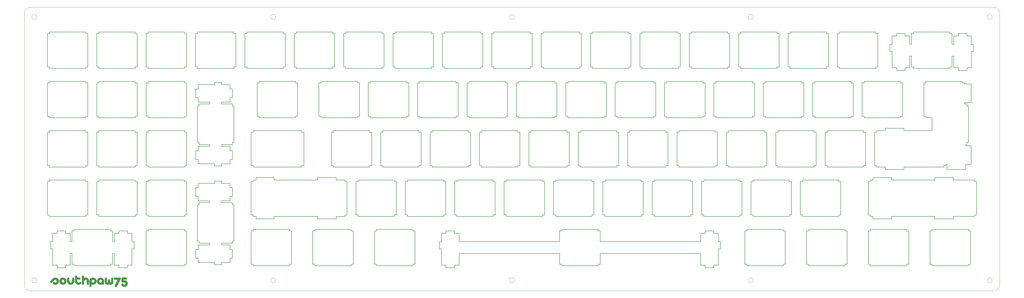
<source format=gbr>
%TF.GenerationSoftware,KiCad,Pcbnew,5.1.10-88a1d61d58~88~ubuntu21.04.1*%
%TF.CreationDate,2021-06-04T00:34:01+02:00*%
%TF.ProjectId,southpaw75-ansi-iso-plate,736f7574-6870-4617-9737-352d616e7369,rev?*%
%TF.SameCoordinates,Original*%
%TF.FileFunction,Soldermask,Top*%
%TF.FilePolarity,Negative*%
%FSLAX46Y46*%
G04 Gerber Fmt 4.6, Leading zero omitted, Abs format (unit mm)*
G04 Created by KiCad (PCBNEW 5.1.10-88a1d61d58~88~ubuntu21.04.1) date 2021-06-04 00:34:01*
%MOMM*%
%LPD*%
G01*
G04 APERTURE LIST*
%TA.AperFunction,Profile*%
%ADD10C,0.196850*%
%TD*%
%TA.AperFunction,Profile*%
%ADD11C,0.200000*%
%TD*%
%TA.AperFunction,Profile*%
%ADD12C,0.050000*%
%TD*%
%ADD13C,0.010000*%
G04 APERTURE END LIST*
D10*
X109716639Y-135756997D02*
X109716639Y-136356400D01*
X108916000Y-136356400D02*
X108916000Y-149156885D01*
X108916000Y-136356400D02*
X109716639Y-136356400D01*
X109716639Y-149756266D02*
X109716639Y-149156885D01*
X109716639Y-149156885D02*
X108916000Y-149156885D01*
X128478591Y-135756997D02*
X109716639Y-135756997D01*
X128478591Y-135756997D02*
X128478591Y-136356400D01*
X129277873Y-136356400D02*
X128478591Y-136356400D01*
X129277873Y-149156885D02*
X129277873Y-136356400D01*
X128478591Y-149156885D02*
X129277873Y-149156885D01*
X128478591Y-149756266D02*
X128478591Y-149156885D01*
X128478591Y-149756266D02*
X109716639Y-149756266D01*
X145142157Y-168806474D02*
X145142157Y-168207093D01*
X141736364Y-154807205D02*
X145142157Y-154807205D01*
X134536366Y-153806816D02*
X134536366Y-154807205D01*
X141736364Y-153806816D02*
X134536366Y-153806816D01*
X141736364Y-154807205D02*
X141736364Y-153806816D01*
X134536366Y-169806777D02*
X134536366Y-168806474D01*
X141736364Y-169806777D02*
X134536366Y-169806777D01*
X117836299Y-168806474D02*
X134536366Y-168806474D01*
X109711639Y-155406500D02*
X109711639Y-154807205D01*
X109711639Y-168207093D02*
X108911000Y-168207093D01*
X145942947Y-155406500D02*
X145142157Y-155406500D01*
X117836299Y-154807205D02*
X134536366Y-154807205D01*
X109711639Y-168806474D02*
X110836310Y-168806474D01*
X145942947Y-168207093D02*
X145142157Y-168207093D01*
X145142157Y-154807205D02*
X145142157Y-155406500D01*
X145942947Y-155406500D02*
X145942947Y-168207093D01*
X141736364Y-168806474D02*
X141736364Y-169806777D01*
X110836310Y-154807205D02*
X109711639Y-154807205D01*
X117836299Y-169806777D02*
X110836310Y-169806777D01*
X117836299Y-168806474D02*
X117836299Y-169806777D01*
X110836310Y-153806816D02*
X110836310Y-154807205D01*
X117836299Y-153806816D02*
X110836310Y-153806816D01*
X117836299Y-154807205D02*
X117836299Y-153806816D01*
X110836310Y-169806777D02*
X110836310Y-168806474D01*
X109711639Y-168207093D02*
X109711639Y-168806474D01*
X109711639Y-155406500D02*
X108911000Y-155406500D01*
X108911000Y-155406500D02*
X108911000Y-168207093D01*
X141736364Y-168806474D02*
X145142157Y-168806474D01*
X356060480Y-168806474D02*
X372660446Y-168806474D01*
X388028900Y-168806474D02*
X379860423Y-168806474D01*
X347832005Y-154807205D02*
X348860482Y-154807205D01*
X347031000Y-155406500D02*
X347031000Y-168207093D01*
X356060480Y-153806816D02*
X356060480Y-154807205D01*
X348860482Y-153806816D02*
X356060480Y-153806816D01*
X348860482Y-154807205D02*
X348860482Y-153806816D01*
X356060480Y-169806777D02*
X356060480Y-168806474D01*
X348860482Y-169806777D02*
X356060480Y-169806777D01*
X379860423Y-153806816D02*
X372660446Y-153806816D01*
X379860423Y-154807205D02*
X379860423Y-153806816D01*
X347832005Y-155406500D02*
X347031000Y-155406500D01*
X388829905Y-168207028D02*
X388829905Y-155406457D01*
X388028900Y-168207028D02*
X388829905Y-168207028D01*
X388028900Y-154807162D02*
X388028900Y-154807205D01*
X388028900Y-168207028D02*
X388028900Y-168806431D01*
X379860423Y-154807205D02*
X388028900Y-154807162D01*
X347832005Y-155406500D02*
X347832005Y-154807205D01*
X347832005Y-168207093D02*
X347832005Y-168806474D01*
X388028900Y-155406457D02*
X388028900Y-154807162D01*
X348860482Y-168806474D02*
X348860482Y-169806777D01*
X372660446Y-169806777D02*
X372660446Y-168806474D01*
X379860423Y-169806777D02*
X372660446Y-169806777D01*
X379860423Y-168806474D02*
X379860423Y-169806777D01*
X372660446Y-153806816D02*
X372660446Y-154807205D01*
X347031000Y-168207093D02*
X347832005Y-168207093D01*
X372660446Y-154807205D02*
X356060480Y-154807205D01*
X348860482Y-168806474D02*
X347832005Y-168806474D01*
X388028900Y-155406457D02*
X388829905Y-155406457D01*
X385647932Y-126232017D02*
X385046936Y-126232017D01*
X385047841Y-141031643D02*
X384622437Y-141031643D01*
X353605680Y-134756651D02*
X360805657Y-134756651D01*
X353605680Y-135756997D02*
X353605680Y-134756651D01*
X371647953Y-135756997D02*
X371647953Y-130706304D01*
X360805657Y-134756651D02*
X360805657Y-135756997D01*
X360805657Y-149756266D02*
X376122413Y-149756266D01*
X376921415Y-149156282D02*
X376122413Y-149156282D01*
X371647953Y-135756997D02*
X360805657Y-135756997D01*
X386689921Y-117731670D02*
X384176944Y-117731670D01*
X385046936Y-125432627D02*
X384176944Y-125432627D01*
X384622437Y-141531569D02*
X385047841Y-141531569D01*
X369266966Y-130706304D02*
X371647953Y-130706304D01*
X383266945Y-117306438D02*
X384176944Y-117306438D01*
X384176944Y-124931668D02*
X384176944Y-125432627D01*
X353605680Y-149756266D02*
X350217004Y-149756266D01*
X384176944Y-124931668D02*
X386689921Y-124931668D01*
X385047841Y-141031643D02*
X385047841Y-140231285D01*
X377422460Y-150756978D02*
X384622437Y-150756978D01*
X384176944Y-117731670D02*
X384176944Y-117306438D01*
X369266966Y-117306438D02*
X369266966Y-116707036D01*
X350217004Y-135756997D02*
X353605680Y-135756997D01*
X350217004Y-149156885D02*
X350217004Y-149756266D01*
X376921415Y-148731567D02*
X376921415Y-149156282D01*
X377422460Y-148731567D02*
X376921415Y-148731567D01*
X384622437Y-141531569D02*
X384622437Y-141031643D01*
X386689921Y-124931668D02*
X386689921Y-117731670D01*
X385046936Y-125432627D02*
X385046936Y-126232017D01*
X385647932Y-140231285D02*
X385047841Y-140231285D01*
X386689921Y-148731567D02*
X386689921Y-141531569D01*
X368465962Y-117306438D02*
X368465962Y-130106923D01*
X350217004Y-136356400D02*
X349416000Y-136356400D01*
X368465962Y-117306438D02*
X369266966Y-117306438D01*
X353605680Y-149756266D02*
X353605680Y-150756612D01*
X376122413Y-149156282D02*
X376122413Y-149756266D01*
X369266966Y-116707036D02*
X383266945Y-116707036D01*
X350217004Y-136356400D02*
X350217004Y-135756997D01*
X383266945Y-116707036D02*
X383266945Y-117306438D01*
X377422460Y-148731567D02*
X377422460Y-149756266D01*
X377422460Y-149756266D02*
X377422460Y-150756978D01*
X386689921Y-141531569D02*
X385047841Y-141531569D01*
X349416000Y-136356400D02*
X349416000Y-149156885D01*
X385647932Y-126232017D02*
X385647932Y-140231285D01*
X384622437Y-150756978D02*
X384622437Y-148731567D01*
X349416000Y-149156885D02*
X350217004Y-149156885D01*
X353605680Y-150756612D02*
X360805657Y-150756612D01*
X360805657Y-150756612D02*
X360805657Y-149756266D01*
X384622437Y-148731567D02*
X386689921Y-148731567D01*
X369266966Y-130106923D02*
X368465962Y-130106923D01*
X369266966Y-130706304D02*
X369266966Y-130106923D01*
D11*
X147522000Y-187855860D02*
X147522000Y-187256420D01*
X133521000Y-187855860D02*
X147522000Y-187855860D01*
X133521000Y-187256420D02*
X133521000Y-187855860D01*
X132722000Y-187256420D02*
X133521000Y-187256420D01*
X132722000Y-174455800D02*
X132722000Y-187256420D01*
X133521000Y-174455800D02*
X132722000Y-174455800D01*
X133521000Y-173856400D02*
X133521000Y-174455800D01*
X171334000Y-173856400D02*
X157335000Y-173856400D01*
X171334000Y-174455800D02*
X171334000Y-173856400D01*
X172135000Y-174455800D02*
X171334000Y-174455800D01*
X172135000Y-187256420D02*
X172135000Y-174455800D01*
X171334000Y-187256420D02*
X172135000Y-187256420D01*
X171334000Y-187855860D02*
X171334000Y-187256420D01*
X157335000Y-187855860D02*
X171334000Y-187855860D01*
X157335000Y-187256420D02*
X157335000Y-187855860D01*
X156534000Y-187256420D02*
X157335000Y-187256420D01*
X156534000Y-174455800D02*
X156534000Y-187256420D01*
X157335000Y-174455800D02*
X156534000Y-174455800D01*
X157335000Y-173856400D02*
X157335000Y-174455800D01*
X314209000Y-173856400D02*
X300210000Y-173856400D01*
X314209000Y-174455800D02*
X314209000Y-173856400D01*
X315010000Y-174455800D02*
X314209000Y-174455800D01*
X315010000Y-187256420D02*
X315010000Y-174455800D01*
X314209000Y-187256420D02*
X315010000Y-187256420D01*
X314209000Y-187855860D02*
X314209000Y-187256420D01*
X300210000Y-187855860D02*
X314209000Y-187855860D01*
X300210000Y-187256420D02*
X300210000Y-187855860D01*
X299409000Y-187256420D02*
X300210000Y-187256420D01*
X299409000Y-174455800D02*
X299409000Y-187256420D01*
X300210000Y-174455800D02*
X299409000Y-174455800D01*
X300210000Y-173856400D02*
X300210000Y-174455800D01*
X338022000Y-173856400D02*
X324021000Y-173856400D01*
X338022000Y-174455800D02*
X338022000Y-173856400D01*
X338821000Y-174455800D02*
X338022000Y-174455800D01*
X338821000Y-187256420D02*
X338821000Y-174455800D01*
X338022000Y-187256420D02*
X338821000Y-187256420D01*
X338022000Y-187855860D02*
X338022000Y-187256420D01*
X324021000Y-187855860D02*
X338022000Y-187855860D01*
X324021000Y-187256420D02*
X324021000Y-187855860D01*
X323222000Y-187256420D02*
X324021000Y-187256420D01*
X323222000Y-174455800D02*
X323222000Y-187256420D01*
X324021000Y-174455800D02*
X323222000Y-174455800D01*
X324021000Y-173856400D02*
X324021000Y-174455800D01*
X361834000Y-173856400D02*
X347835000Y-173856400D01*
X361834000Y-174455800D02*
X361834000Y-173856400D01*
X362635000Y-174455800D02*
X361834000Y-174455800D01*
X362635000Y-187256420D02*
X362635000Y-174455800D01*
X361834000Y-187256420D02*
X362635000Y-187256420D01*
X361834000Y-187855860D02*
X361834000Y-187256420D01*
X347835000Y-187855860D02*
X361834000Y-187855860D01*
X347835000Y-187256420D02*
X347835000Y-187855860D01*
X347034000Y-187256420D02*
X347835000Y-187256420D01*
X347034000Y-174455800D02*
X347034000Y-187256420D01*
X347835000Y-174455800D02*
X347034000Y-174455800D01*
X347835000Y-173856400D02*
X347835000Y-174455800D01*
X385647000Y-173856400D02*
X371646000Y-173856400D01*
X385647000Y-174455800D02*
X385647000Y-173856400D01*
X386448000Y-174455800D02*
X385647000Y-174455800D01*
X386448000Y-187256420D02*
X386448000Y-174455800D01*
X385647000Y-187256420D02*
X386448000Y-187256420D01*
X385647000Y-187855860D02*
X385647000Y-187256420D01*
X371646000Y-187855860D02*
X385647000Y-187855860D01*
X371646000Y-187256420D02*
X371646000Y-187855860D01*
X370847000Y-187256420D02*
X371646000Y-187256420D01*
X370847000Y-174455800D02*
X370847000Y-187256420D01*
X371646000Y-174455800D02*
X370847000Y-174455800D01*
X371646000Y-173856400D02*
X371646000Y-174455800D01*
X54653100Y-173856400D02*
X40653700Y-173856400D01*
X54653100Y-174455800D02*
X54653100Y-173856400D01*
X55453800Y-174455800D02*
X54653100Y-174455800D01*
X55453800Y-178556900D02*
X55453800Y-174455800D01*
X56178600Y-178556900D02*
X55453800Y-178556900D01*
X56178600Y-175326700D02*
X56178600Y-178556900D01*
X57903900Y-175326700D02*
X56178600Y-175326700D01*
X57903900Y-174404800D02*
X57903900Y-175326700D01*
X61203000Y-174404800D02*
X57903900Y-174404800D01*
X61203000Y-175326700D02*
X61203000Y-174404800D01*
X62928300Y-175326700D02*
X61203000Y-175326700D01*
X62928300Y-178556900D02*
X62928300Y-175326700D01*
X63753700Y-178556900D02*
X62928300Y-178556900D01*
X63753700Y-181355660D02*
X63753700Y-178556900D01*
X62928300Y-181355660D02*
X63753700Y-181355660D01*
X62928300Y-187625730D02*
X62928300Y-181355660D01*
X61203000Y-187625730D02*
X62928300Y-187625730D01*
X61203000Y-188606890D02*
X61203000Y-187625730D01*
X100809000Y-119681400D02*
X100809000Y-117956300D01*
X101728400Y-119681400D02*
X100809000Y-119681400D01*
X101728400Y-122980600D02*
X101728400Y-119681400D01*
X100809000Y-122980600D02*
X101728400Y-122980600D01*
X100809000Y-124706001D02*
X100809000Y-122980600D01*
X97579000Y-124706001D02*
X100809000Y-124706001D01*
X97579000Y-125430600D02*
X97579000Y-124706001D01*
X101678600Y-125430600D02*
X97579000Y-125430600D01*
X101678600Y-126231400D02*
X101678600Y-125430600D01*
X102278000Y-126231400D02*
X101678600Y-126231400D01*
X102278000Y-140230700D02*
X102278000Y-126231400D01*
X101678600Y-140230700D02*
X102278000Y-140230700D01*
X101678600Y-141031500D02*
X101678600Y-140230700D01*
X97579000Y-141031500D02*
X101678600Y-141031500D01*
X97579000Y-141756500D02*
X97579000Y-141031500D01*
X100809000Y-141756500D02*
X97579000Y-141756500D01*
X100809000Y-143481600D02*
X100809000Y-141756500D01*
X101728400Y-143481600D02*
X100809000Y-143481600D01*
X101728400Y-146780800D02*
X101728400Y-143481600D01*
X100809000Y-146780800D02*
X101728400Y-146780800D01*
X100809000Y-148505800D02*
X100809000Y-146780800D01*
X97579000Y-148505800D02*
X100809000Y-148505800D01*
X97579000Y-149331300D02*
X97579000Y-148505800D01*
X94778999Y-149331300D02*
X97579000Y-149331300D01*
X94778999Y-148505800D02*
X94778999Y-149331300D01*
X88508700Y-148505800D02*
X94778999Y-148505800D01*
X88508700Y-146780800D02*
X88508700Y-148505800D01*
X87529100Y-146780800D02*
X88508700Y-146780800D01*
X87529100Y-143481600D02*
X87529100Y-146780800D01*
X88508700Y-143481600D02*
X87529100Y-143481600D01*
X88508700Y-141756500D02*
X88508700Y-143481600D01*
X92979100Y-141756500D02*
X88508700Y-141756500D01*
X92979100Y-141031500D02*
X92979100Y-141756500D01*
X88878100Y-141031500D02*
X92979100Y-141031500D01*
X88878100Y-140230700D02*
X88878100Y-141031500D01*
X88278700Y-140230700D02*
X88878100Y-140230700D01*
X88278700Y-126231400D02*
X88278700Y-140230700D01*
X88878100Y-126231400D02*
X88278700Y-126231400D01*
X88878100Y-125430600D02*
X88878100Y-126231400D01*
X92979100Y-125430600D02*
X88878100Y-125430600D01*
X92979100Y-124706001D02*
X92979100Y-125430600D01*
X88508700Y-124706001D02*
X92979100Y-124706001D01*
X88508700Y-122980600D02*
X88508700Y-124706001D01*
X87529100Y-122980600D02*
X88508700Y-122980600D01*
X87529100Y-119681400D02*
X87529100Y-122980600D01*
X88508700Y-119681400D02*
X87529100Y-119681400D01*
X88508700Y-117956300D02*
X88508700Y-119681400D01*
X94778999Y-117956300D02*
X88508700Y-117956300D01*
X94778999Y-117130800D02*
X94778999Y-117956300D01*
X45128200Y-135756400D02*
X31128650Y-135756400D01*
X45128200Y-136355800D02*
X45128200Y-135756400D01*
X45928800Y-136355800D02*
X45128200Y-136355800D01*
X45928800Y-149156400D02*
X45928800Y-136355800D01*
X45128200Y-149156400D02*
X45928800Y-149156400D01*
X45128200Y-149755700D02*
X45128200Y-149156400D01*
X31128650Y-149755700D02*
X45128200Y-149755700D01*
X31128650Y-149156400D02*
X31128650Y-149755700D01*
X30328010Y-149156400D02*
X31128650Y-149156400D01*
X30328010Y-136355800D02*
X30328010Y-149156400D01*
X31128650Y-136355800D02*
X30328010Y-136355800D01*
X31128650Y-135756400D02*
X31128650Y-136355800D01*
X64178000Y-135756400D02*
X50178700Y-135756400D01*
X64178000Y-136355800D02*
X64178000Y-135756400D01*
X64978800Y-136355800D02*
X64178000Y-136355800D01*
X64978800Y-149156400D02*
X64978800Y-136355800D01*
X64178000Y-149156400D02*
X64978800Y-149156400D01*
X64178000Y-149755700D02*
X64178000Y-149156400D01*
X50178700Y-149755700D02*
X64178000Y-149755700D01*
X50178700Y-149156400D02*
X50178700Y-149755700D01*
X49378000Y-149156400D02*
X50178700Y-149156400D01*
X49378000Y-136355800D02*
X49378000Y-149156400D01*
X50178700Y-136355800D02*
X49378000Y-136355800D01*
X50178700Y-135756400D02*
X50178700Y-136355800D01*
X83228000Y-135756400D02*
X69228700Y-135756400D01*
X83228000Y-136355800D02*
X83228000Y-135756400D01*
X84028800Y-136355800D02*
X83228000Y-136355800D01*
X84028800Y-149156400D02*
X84028800Y-136355800D01*
X83228000Y-149156400D02*
X84028800Y-149156400D01*
X83228000Y-149755700D02*
X83228000Y-149156400D01*
X69228700Y-149755700D02*
X83228000Y-149755700D01*
X69228700Y-149156400D02*
X69228700Y-149755700D01*
X68427900Y-149156400D02*
X69228700Y-149156400D01*
X68427900Y-136355800D02*
X68427900Y-149156400D01*
X69228700Y-136355800D02*
X68427900Y-136355800D01*
X69228700Y-135756400D02*
X69228700Y-136355800D01*
X154666000Y-135756400D02*
X140666000Y-135756400D01*
X154666000Y-136355800D02*
X154666000Y-135756400D01*
X155465000Y-136355800D02*
X154666000Y-136355800D01*
X155465000Y-149156400D02*
X155465000Y-136355800D01*
X154666000Y-149156400D02*
X155465000Y-149156400D01*
X154666000Y-149755700D02*
X154666000Y-149156400D01*
X140666000Y-149755700D02*
X154666000Y-149755700D01*
X140666000Y-149156400D02*
X140666000Y-149755700D01*
X139865000Y-149156400D02*
X140666000Y-149156400D01*
X139865000Y-136355800D02*
X139865000Y-149156400D01*
X140666000Y-136355800D02*
X139865000Y-136355800D01*
X140666000Y-135756400D02*
X140666000Y-136355800D01*
X173716000Y-135756400D02*
X159716000Y-135756400D01*
X173716000Y-136355800D02*
X173716000Y-135756400D01*
X174515000Y-136355800D02*
X173716000Y-136355800D01*
X174515000Y-149156400D02*
X174515000Y-136355800D01*
X173716000Y-149156400D02*
X174515000Y-149156400D01*
X173716000Y-149755700D02*
X173716000Y-149156400D01*
X159716000Y-149755700D02*
X173716000Y-149755700D01*
X159716000Y-149156400D02*
X159716000Y-149755700D01*
X158915000Y-149156400D02*
X159716000Y-149156400D01*
X158915000Y-136355800D02*
X158915000Y-149156400D01*
X159716000Y-136355800D02*
X158915000Y-136355800D01*
X159716000Y-135756400D02*
X159716000Y-136355800D01*
X192766000Y-135756400D02*
X178766000Y-135756400D01*
X192766000Y-136355800D02*
X192766000Y-135756400D01*
X193565000Y-136355800D02*
X192766000Y-136355800D01*
X193565000Y-149156400D02*
X193565000Y-136355800D01*
X192766000Y-149156400D02*
X193565000Y-149156400D01*
X192766000Y-149755700D02*
X192766000Y-149156400D01*
X178766000Y-149755700D02*
X192766000Y-149755700D01*
X178766000Y-149156400D02*
X178766000Y-149755700D01*
X177965000Y-149156400D02*
X178766000Y-149156400D01*
X177965000Y-136355800D02*
X177965000Y-149156400D01*
X178766000Y-136355800D02*
X177965000Y-136355800D01*
X178766000Y-135756400D02*
X178766000Y-136355800D01*
X211816000Y-135756400D02*
X197816000Y-135756400D01*
X211816000Y-136355800D02*
X211816000Y-135756400D01*
X212615000Y-136355800D02*
X211816000Y-136355800D01*
X212615000Y-149156400D02*
X212615000Y-136355800D01*
X211816000Y-149156400D02*
X212615000Y-149156400D01*
X211816000Y-149755700D02*
X211816000Y-149156400D01*
X197816000Y-149755700D02*
X211816000Y-149755700D01*
X197816000Y-149156400D02*
X197816000Y-149755700D01*
X197015000Y-149156400D02*
X197816000Y-149156400D01*
X197015000Y-136355800D02*
X197015000Y-149156400D01*
X197816000Y-136355800D02*
X197015000Y-136355800D01*
X197816000Y-135756400D02*
X197816000Y-136355800D01*
X230866000Y-135756400D02*
X216866000Y-135756400D01*
X230866000Y-136355800D02*
X230866000Y-135756400D01*
X231665000Y-136355800D02*
X230866000Y-136355800D01*
X231665000Y-149156400D02*
X231665000Y-136355800D01*
X230866000Y-149156400D02*
X231665000Y-149156400D01*
X230866000Y-149755700D02*
X230866000Y-149156400D01*
X216866000Y-149755700D02*
X230866000Y-149755700D01*
X216866000Y-149156400D02*
X216866000Y-149755700D01*
X216065000Y-149156400D02*
X216866000Y-149156400D01*
X216065000Y-136355800D02*
X216065000Y-149156400D01*
X216866000Y-136355800D02*
X216065000Y-136355800D01*
X216866000Y-135756400D02*
X216866000Y-136355800D01*
X249916000Y-135756400D02*
X235916000Y-135756400D01*
X249916000Y-136355800D02*
X249916000Y-135756400D01*
X250715000Y-136355800D02*
X249916000Y-136355800D01*
X250715000Y-149156400D02*
X250715000Y-136355800D01*
X249916000Y-149156400D02*
X250715000Y-149156400D01*
X249916000Y-149755700D02*
X249916000Y-149156400D01*
X235916000Y-149755700D02*
X249916000Y-149755700D01*
X235916000Y-149156400D02*
X235916000Y-149755700D01*
X235115000Y-149156400D02*
X235916000Y-149156400D01*
X235115000Y-136355800D02*
X235115000Y-149156400D01*
X235916000Y-136355800D02*
X235115000Y-136355800D01*
X235916000Y-135756400D02*
X235916000Y-136355800D01*
X268966000Y-135756400D02*
X254966000Y-135756400D01*
X268966000Y-136355800D02*
X268966000Y-135756400D01*
X269765000Y-136355800D02*
X268966000Y-136355800D01*
X269765000Y-149156400D02*
X269765000Y-136355800D01*
X268966000Y-149156400D02*
X269765000Y-149156400D01*
X268966000Y-149755700D02*
X268966000Y-149156400D01*
X254966000Y-149755700D02*
X268966000Y-149755700D01*
X254966000Y-149156400D02*
X254966000Y-149755700D01*
X254165000Y-149156400D02*
X254966000Y-149156400D01*
X254165000Y-136355800D02*
X254165000Y-149156400D01*
X254966000Y-136355800D02*
X254165000Y-136355800D01*
X254966000Y-135756400D02*
X254966000Y-136355800D01*
X288016000Y-135756400D02*
X274016000Y-135756400D01*
X288016000Y-136355800D02*
X288016000Y-135756400D01*
X288814999Y-136355800D02*
X288016000Y-136355800D01*
X288814999Y-149156400D02*
X288814999Y-136355800D01*
X288016000Y-149156400D02*
X288814999Y-149156400D01*
X288016000Y-149755700D02*
X288016000Y-149156400D01*
X274016000Y-149755700D02*
X288016000Y-149755700D01*
X274016000Y-149156400D02*
X274016000Y-149755700D01*
X273215000Y-149156400D02*
X274016000Y-149156400D01*
X273215000Y-136355800D02*
X273215000Y-149156400D01*
X274016000Y-136355800D02*
X273215000Y-136355800D01*
X274016000Y-135756400D02*
X274016000Y-136355800D01*
X307066000Y-135756400D02*
X293066000Y-135756400D01*
X307066000Y-136355800D02*
X307066000Y-135756400D01*
X307865000Y-136355800D02*
X307066000Y-136355800D01*
X307865000Y-149156400D02*
X307865000Y-136355800D01*
X307066000Y-149156400D02*
X307865000Y-149156400D01*
X307066000Y-149755700D02*
X307066000Y-149156400D01*
X293066000Y-149755700D02*
X307066000Y-149755700D01*
X293066000Y-149156400D02*
X293066000Y-149755700D01*
X292264999Y-149156400D02*
X293066000Y-149156400D01*
X292264999Y-136355800D02*
X292264999Y-149156400D01*
X293066000Y-136355800D02*
X292264999Y-136355800D01*
X293066000Y-135756400D02*
X293066000Y-136355800D01*
X326116000Y-135756400D02*
X312116000Y-135756400D01*
X326116000Y-136355800D02*
X326116000Y-135756400D01*
X326915000Y-136355800D02*
X326116000Y-136355800D01*
X326915000Y-149156400D02*
X326915000Y-136355800D01*
X326116000Y-149156400D02*
X326915000Y-149156400D01*
X326116000Y-149755700D02*
X326116000Y-149156400D01*
X312116000Y-149755700D02*
X326116000Y-149755700D01*
X312116000Y-149156400D02*
X312116000Y-149755700D01*
X311315000Y-149156400D02*
X312116000Y-149156400D01*
X311315000Y-136355800D02*
X311315000Y-149156400D01*
X312116000Y-136355800D02*
X311315000Y-136355800D01*
X312116000Y-135756400D02*
X312116000Y-136355800D01*
X345166000Y-135756400D02*
X331166000Y-135756400D01*
X345166000Y-136355800D02*
X345166000Y-135756400D01*
X345965000Y-136355800D02*
X345166000Y-136355800D01*
X345965000Y-149156400D02*
X345965000Y-136355800D01*
X345166000Y-149156400D02*
X345965000Y-149156400D01*
X345166000Y-149755700D02*
X345166000Y-149156400D01*
X331166000Y-149755700D02*
X345166000Y-149755700D01*
X331166000Y-149156400D02*
X331166000Y-149755700D01*
X330365000Y-149156400D02*
X331166000Y-149156400D01*
X330365000Y-136355800D02*
X330365000Y-149156400D01*
X331166000Y-136355800D02*
X330365000Y-136355800D01*
X331166000Y-135756400D02*
X331166000Y-136355800D01*
X311828000Y-111056400D02*
X312629000Y-111056400D01*
X311828000Y-111655700D02*
X311828000Y-111056400D01*
X297829000Y-111655700D02*
X311828000Y-111655700D01*
X297829000Y-111056400D02*
X297829000Y-111655700D01*
X297028000Y-111056400D02*
X297829000Y-111056400D01*
X297028000Y-98255800D02*
X297028000Y-111056400D01*
X297829000Y-98255800D02*
X297028000Y-98255800D01*
X297829000Y-97656400D02*
X297829000Y-98255800D01*
X330878000Y-97656400D02*
X316879000Y-97656400D01*
X330878000Y-98255800D02*
X330878000Y-97656400D01*
X331679000Y-98255800D02*
X330878000Y-98255800D01*
X331679000Y-111056400D02*
X331679000Y-98255800D01*
X330878000Y-111056400D02*
X331679000Y-111056400D01*
X330878000Y-111655700D02*
X330878000Y-111056400D01*
X316879000Y-111655700D02*
X330878000Y-111655700D01*
X316879000Y-111056400D02*
X316879000Y-111655700D01*
X316078000Y-111056400D02*
X316879000Y-111056400D01*
X316078000Y-98255800D02*
X316078000Y-111056400D01*
X316879000Y-98255800D02*
X316078000Y-98255800D01*
X316879000Y-97656400D02*
X316879000Y-98255800D01*
X349928000Y-97656400D02*
X335929000Y-97656400D01*
X349928000Y-98255800D02*
X349928000Y-97656400D01*
X350729000Y-98255800D02*
X349928000Y-98255800D01*
X350729000Y-111056400D02*
X350729000Y-98255800D01*
X349928000Y-111056400D02*
X350729000Y-111056400D01*
X349928000Y-111655700D02*
X349928000Y-111056400D01*
X335929000Y-111655700D02*
X349928000Y-111655700D01*
X335929000Y-111056400D02*
X335929000Y-111655700D01*
X335128000Y-111056400D02*
X335929000Y-111056400D01*
X335128000Y-98255800D02*
X335128000Y-111056400D01*
X335929000Y-98255800D02*
X335128000Y-98255800D01*
X335929000Y-97656400D02*
X335929000Y-98255800D01*
X378503000Y-97656400D02*
X364504000Y-97656400D01*
X378503000Y-98255800D02*
X378503000Y-97656400D01*
X379304000Y-98255800D02*
X378503000Y-98255800D01*
X379304000Y-102356900D02*
X379304000Y-98255800D01*
X380029000Y-102356900D02*
X379304000Y-102356900D01*
X380029000Y-99126800D02*
X380029000Y-102356900D01*
X381752000Y-99126800D02*
X380029000Y-99126800D01*
X381752000Y-98204700D02*
X381752000Y-99126800D01*
X385054000Y-98204700D02*
X381752000Y-98204700D01*
X385054000Y-99126800D02*
X385054000Y-98204700D01*
X386780000Y-99126800D02*
X385054000Y-99126800D01*
X386780000Y-102356900D02*
X386780000Y-99126800D01*
X387605000Y-102356900D02*
X386780000Y-102356900D01*
X387605000Y-105155800D02*
X387605000Y-102356900D01*
X386780000Y-105155800D02*
X387605000Y-105155800D01*
X386780000Y-111425700D02*
X386780000Y-105155800D01*
X385054000Y-111425700D02*
X386780000Y-111425700D01*
X385054000Y-112406800D02*
X385054000Y-111425700D01*
X381752000Y-112406800D02*
X385054000Y-112406800D01*
X381752000Y-111425700D02*
X381752000Y-112406800D01*
X380029000Y-111425700D02*
X381752000Y-111425700D01*
X380029000Y-106956700D02*
X380029000Y-111425700D01*
X379304000Y-106956700D02*
X380029000Y-106956700D01*
X379304000Y-111056400D02*
X379304000Y-106956700D01*
X378503000Y-111056400D02*
X379304000Y-111056400D01*
X378503000Y-111655700D02*
X378503000Y-111056400D01*
X364504000Y-111655700D02*
X378503000Y-111655700D01*
X364504000Y-111056400D02*
X364504000Y-111655700D01*
X363703000Y-111056400D02*
X364504000Y-111056400D01*
X363703000Y-106956700D02*
X363703000Y-111056400D01*
X362978000Y-106956700D02*
X363703000Y-106956700D01*
X362978000Y-111425700D02*
X362978000Y-106956700D01*
X361253000Y-111425700D02*
X362978000Y-111425700D01*
X361253000Y-112406800D02*
X361253000Y-111425700D01*
X357954000Y-112406800D02*
X361253000Y-112406800D01*
X357954000Y-111425700D02*
X357954000Y-112406800D01*
X356229000Y-111425700D02*
X357954000Y-111425700D01*
X356229000Y-105155800D02*
X356229000Y-111425700D01*
X355403000Y-105155800D02*
X356229000Y-105155800D01*
X355403000Y-102356900D02*
X355403000Y-105155800D01*
X356229000Y-102356900D02*
X355403000Y-102356900D01*
X356229000Y-99126800D02*
X356229000Y-102356900D01*
X357954000Y-99126800D02*
X356229000Y-99126800D01*
X357954000Y-98204700D02*
X357954000Y-99126800D01*
X361253000Y-98204700D02*
X357954000Y-98204700D01*
X361253000Y-99126800D02*
X361253000Y-98204700D01*
X362978000Y-99126800D02*
X361253000Y-99126800D01*
X362978000Y-102356900D02*
X362978000Y-99126800D01*
X363703000Y-102356900D02*
X362978000Y-102356900D01*
X363703000Y-98255800D02*
X363703000Y-102356900D01*
X364504000Y-98255800D02*
X363703000Y-98255800D01*
X364504000Y-97656400D02*
X364504000Y-98255800D01*
X45128200Y-116706400D02*
X31128650Y-116706400D01*
X45128200Y-117305800D02*
X45128200Y-116706400D01*
X45928800Y-117305800D02*
X45128200Y-117305800D01*
X45928800Y-130106400D02*
X45928800Y-117305800D01*
X45128200Y-130106400D02*
X45928800Y-130106400D01*
X45128200Y-130705700D02*
X45128200Y-130106400D01*
X31128650Y-130705700D02*
X45128200Y-130705700D01*
X31128650Y-130106400D02*
X31128650Y-130705700D01*
X30328010Y-130106400D02*
X31128650Y-130106400D01*
X30328010Y-117305800D02*
X30328010Y-130106400D01*
X31128650Y-117305800D02*
X30328010Y-117305800D01*
X31128650Y-116706400D02*
X31128650Y-117305800D01*
X64178000Y-116706400D02*
X50178700Y-116706400D01*
X64178000Y-117305800D02*
X64178000Y-116706400D01*
X64978800Y-117305800D02*
X64178000Y-117305800D01*
X64978800Y-130106400D02*
X64978800Y-117305800D01*
X64178000Y-130106400D02*
X64978800Y-130106400D01*
X64178000Y-130705700D02*
X64178000Y-130106400D01*
X50178700Y-130705700D02*
X64178000Y-130705700D01*
X50178700Y-130106400D02*
X50178700Y-130705700D01*
X49378000Y-130106400D02*
X50178700Y-130106400D01*
X49378000Y-117305800D02*
X49378000Y-130106400D01*
X50178700Y-117305800D02*
X49378000Y-117305800D01*
X50178700Y-116706400D02*
X50178700Y-117305800D01*
X83228000Y-116706400D02*
X69228700Y-116706400D01*
X83228000Y-117305800D02*
X83228000Y-116706400D01*
X84028800Y-117305800D02*
X83228000Y-117305800D01*
X84028800Y-130106400D02*
X84028800Y-117305800D01*
X83228000Y-130106400D02*
X84028800Y-130106400D01*
X83228000Y-130705700D02*
X83228000Y-130106400D01*
X69228700Y-130705700D02*
X83228000Y-130705700D01*
X69228700Y-130106400D02*
X69228700Y-130705700D01*
X68427900Y-130106400D02*
X69228700Y-130106400D01*
X68427900Y-117305800D02*
X68427900Y-130106400D01*
X69228700Y-117305800D02*
X68427900Y-117305800D01*
X69228700Y-116706400D02*
X69228700Y-117305800D01*
X126090500Y-116706400D02*
X112091200Y-116706400D01*
X126090500Y-117305800D02*
X126090500Y-116706400D01*
X126889900Y-117305800D02*
X126090500Y-117305800D01*
X126889900Y-130106400D02*
X126889900Y-117305800D01*
X126090500Y-130106400D02*
X126889900Y-130106400D01*
X126090500Y-130705700D02*
X126090500Y-130106400D01*
X112091200Y-130705700D02*
X126090500Y-130705700D01*
X112091200Y-130106400D02*
X112091200Y-130705700D01*
X111290400Y-130106400D02*
X112091200Y-130106400D01*
X111290400Y-117305800D02*
X111290400Y-130106400D01*
X112091200Y-117305800D02*
X111290400Y-117305800D01*
X112091200Y-116706400D02*
X112091200Y-117305800D01*
X149903000Y-116706400D02*
X135904000Y-116706400D01*
X149903000Y-117305800D02*
X149903000Y-116706400D01*
X150704000Y-117305800D02*
X149903000Y-117305800D01*
X150704000Y-130106400D02*
X150704000Y-117305800D01*
X149903000Y-130106400D02*
X150704000Y-130106400D01*
X149903000Y-130705700D02*
X149903000Y-130106400D01*
X135904000Y-130705700D02*
X149903000Y-130705700D01*
X135904000Y-130106400D02*
X135904000Y-130705700D01*
X135103000Y-130106400D02*
X135904000Y-130106400D01*
X135103000Y-117305800D02*
X135103000Y-130106400D01*
X135904000Y-117305800D02*
X135103000Y-117305800D01*
X135904000Y-116706400D02*
X135904000Y-117305800D01*
X168953000Y-116706400D02*
X154954000Y-116706400D01*
X168953000Y-117305800D02*
X168953000Y-116706400D01*
X169754000Y-117305800D02*
X168953000Y-117305800D01*
X45128200Y-154806500D02*
X31128650Y-154806500D01*
X45128200Y-155405800D02*
X45128200Y-154806500D01*
X45928800Y-155405800D02*
X45128200Y-155405800D01*
X45928800Y-168206400D02*
X45928800Y-155405800D01*
X45128200Y-168206400D02*
X45928800Y-168206400D01*
X45128200Y-168805900D02*
X45128200Y-168206400D01*
X31128650Y-168805900D02*
X45128200Y-168805900D01*
X31128650Y-168206400D02*
X31128650Y-168805900D01*
X30328010Y-168206400D02*
X31128650Y-168206400D01*
X30328010Y-155405800D02*
X30328010Y-168206400D01*
X31128650Y-155405800D02*
X30328010Y-155405800D01*
X31128650Y-154806500D02*
X31128650Y-155405800D01*
X64178000Y-154806500D02*
X50178700Y-154806500D01*
X64178000Y-155405800D02*
X64178000Y-154806500D01*
X64978800Y-155405800D02*
X64178000Y-155405800D01*
X64978800Y-168206400D02*
X64978800Y-155405800D01*
X64178000Y-168206400D02*
X64978800Y-168206400D01*
X64178000Y-168805900D02*
X64178000Y-168206400D01*
X50178700Y-168805900D02*
X64178000Y-168805900D01*
X50178700Y-168206400D02*
X50178700Y-168805900D01*
X49378000Y-168206400D02*
X50178700Y-168206400D01*
X49378000Y-155405800D02*
X49378000Y-168206400D01*
X50178700Y-155405800D02*
X49378000Y-155405800D01*
X50178700Y-154806500D02*
X50178700Y-155405800D01*
X83228000Y-154806500D02*
X69228700Y-154806500D01*
X83228000Y-155405800D02*
X83228000Y-154806500D01*
X84028800Y-155405800D02*
X83228000Y-155405800D01*
X84028800Y-168206400D02*
X84028800Y-155405800D01*
X83228000Y-168206400D02*
X84028800Y-168206400D01*
X83228000Y-168805900D02*
X83228000Y-168206400D01*
X69228700Y-168805900D02*
X83228000Y-168805900D01*
X69228700Y-168206400D02*
X69228700Y-168805900D01*
X68427900Y-168206400D02*
X69228700Y-168206400D01*
X68427900Y-155405800D02*
X68427900Y-168206400D01*
X69228700Y-155405800D02*
X68427900Y-155405800D01*
X69228700Y-154806500D02*
X69228700Y-155405800D01*
X164191000Y-154806500D02*
X150191000Y-154806500D01*
X164191000Y-155405800D02*
X164191000Y-154806500D01*
X164990000Y-155405800D02*
X164191000Y-155405800D01*
X164990000Y-168206400D02*
X164990000Y-155405800D01*
X164191000Y-168206400D02*
X164990000Y-168206400D01*
X164191000Y-168805900D02*
X164191000Y-168206400D01*
X150191000Y-168805900D02*
X164191000Y-168805900D01*
X150191000Y-168206400D02*
X150191000Y-168805900D01*
X149390000Y-168206400D02*
X150191000Y-168206400D01*
X149390000Y-155405800D02*
X149390000Y-168206400D01*
X150191000Y-155405800D02*
X149390000Y-155405800D01*
X150191000Y-154806500D02*
X150191000Y-155405800D01*
X183241000Y-154806500D02*
X169241000Y-154806500D01*
X183241000Y-155405800D02*
X183241000Y-154806500D01*
X184040000Y-155405800D02*
X183241000Y-155405800D01*
X184040000Y-168206400D02*
X184040000Y-155405800D01*
X183241000Y-168206400D02*
X184040000Y-168206400D01*
X183241000Y-168805900D02*
X183241000Y-168206400D01*
X169241000Y-168805900D02*
X183241000Y-168805900D01*
X169241000Y-168206400D02*
X169241000Y-168805900D01*
X168440000Y-168206400D02*
X169241000Y-168206400D01*
X168440000Y-155405800D02*
X168440000Y-168206400D01*
X169241000Y-155405800D02*
X168440000Y-155405800D01*
X169241000Y-154806500D02*
X169241000Y-155405800D01*
X202291000Y-154806500D02*
X188291000Y-154806500D01*
X202291000Y-155405800D02*
X202291000Y-154806500D01*
X203090000Y-155405800D02*
X202291000Y-155405800D01*
X203090000Y-168206400D02*
X203090000Y-155405800D01*
X202291000Y-168206400D02*
X203090000Y-168206400D01*
X202291000Y-168805900D02*
X202291000Y-168206400D01*
X188291000Y-168805900D02*
X202291000Y-168805900D01*
X188291000Y-168206400D02*
X188291000Y-168805900D01*
X187490000Y-168206400D02*
X188291000Y-168206400D01*
X187490000Y-155405800D02*
X187490000Y-168206400D01*
X188291000Y-155405800D02*
X187490000Y-155405800D01*
X188291000Y-154806500D02*
X188291000Y-155405800D01*
X221341000Y-154806500D02*
X207341000Y-154806500D01*
X221341000Y-155405800D02*
X221341000Y-154806500D01*
X222140000Y-155405800D02*
X221341000Y-155405800D01*
X222140000Y-168206400D02*
X222140000Y-155405800D01*
X221341000Y-168206400D02*
X222140000Y-168206400D01*
X221341000Y-168805900D02*
X221341000Y-168206400D01*
X207341000Y-168805900D02*
X221341000Y-168805900D01*
X207341000Y-168206400D02*
X207341000Y-168805900D01*
X206540000Y-168206400D02*
X207341000Y-168206400D01*
X206540000Y-155405800D02*
X206540000Y-168206400D01*
X207341000Y-155405800D02*
X206540000Y-155405800D01*
X207341000Y-154806500D02*
X207341000Y-155405800D01*
X240391000Y-154806500D02*
X226391000Y-154806500D01*
X240391000Y-155405800D02*
X240391000Y-154806500D01*
X241190000Y-155405800D02*
X240391000Y-155405800D01*
X241190000Y-168206400D02*
X241190000Y-155405800D01*
X240391000Y-168206400D02*
X241190000Y-168206400D01*
X240391000Y-168805900D02*
X240391000Y-168206400D01*
X226391000Y-168805900D02*
X240391000Y-168805900D01*
X226391000Y-168206400D02*
X226391000Y-168805900D01*
X225590000Y-168206400D02*
X226391000Y-168206400D01*
X225590000Y-155405800D02*
X225590000Y-168206400D01*
X226391000Y-155405800D02*
X225590000Y-155405800D01*
X226391000Y-154806500D02*
X226391000Y-155405800D01*
X259441000Y-154806500D02*
X245441000Y-154806500D01*
X259441000Y-155405800D02*
X259441000Y-154806500D01*
X260240000Y-155405800D02*
X259441000Y-155405800D01*
X260240000Y-168206400D02*
X260240000Y-155405800D01*
X259441000Y-168206400D02*
X260240000Y-168206400D01*
X259441000Y-168805900D02*
X259441000Y-168206400D01*
X245441000Y-168805900D02*
X259441000Y-168805900D01*
X245441000Y-168206400D02*
X245441000Y-168805900D01*
X244640000Y-168206400D02*
X245441000Y-168206400D01*
X244640000Y-155405800D02*
X244640000Y-168206400D01*
X245441000Y-155405800D02*
X244640000Y-155405800D01*
X245441000Y-154806500D02*
X245441000Y-155405800D01*
X278491000Y-154806500D02*
X264491000Y-154806500D01*
X278491000Y-155405800D02*
X278491000Y-154806500D01*
X279290000Y-155405800D02*
X278491000Y-155405800D01*
X279290000Y-168206400D02*
X279290000Y-155405800D01*
X278491000Y-168206400D02*
X279290000Y-168206400D01*
X228771000Y-174455800D02*
X227972000Y-174455800D01*
X83228000Y-97656400D02*
X69228700Y-97656400D01*
X83228000Y-98255800D02*
X83228000Y-97656400D01*
X84028800Y-98255800D02*
X83228000Y-98255800D01*
X84028800Y-111056400D02*
X84028800Y-98255800D01*
X83228000Y-111056400D02*
X84028800Y-111056400D01*
X83228000Y-111655700D02*
X83228000Y-111056400D01*
X69228700Y-111655700D02*
X83228000Y-111655700D01*
X69228700Y-111056400D02*
X69228700Y-111655700D01*
X68427900Y-111056400D02*
X69228700Y-111056400D01*
X68427900Y-98255800D02*
X68427900Y-111056400D01*
X69228700Y-98255800D02*
X68427900Y-98255800D01*
X69228700Y-97656400D02*
X69228700Y-98255800D01*
X102278000Y-97656400D02*
X88278700Y-97656400D01*
X102278000Y-98255800D02*
X102278000Y-97656400D01*
X103078800Y-98255800D02*
X102278000Y-98255800D01*
X103078800Y-111056400D02*
X103078800Y-98255800D01*
X102278000Y-111056400D02*
X103078800Y-111056400D01*
X102278000Y-111655700D02*
X102278000Y-111056400D01*
X88278700Y-111655700D02*
X102278000Y-111655700D01*
X88278700Y-111056400D02*
X88278700Y-111655700D01*
X87477900Y-111056400D02*
X88278700Y-111056400D01*
X87477900Y-98255800D02*
X87477900Y-111056400D01*
X88278700Y-98255800D02*
X87477900Y-98255800D01*
X88278700Y-97656400D02*
X88278700Y-98255800D01*
X121328000Y-97656400D02*
X107328700Y-97656400D01*
X121328000Y-98255800D02*
X121328000Y-97656400D01*
X122127400Y-98255800D02*
X121328000Y-98255800D01*
X122127400Y-111056400D02*
X122127400Y-98255800D01*
X121328000Y-111056400D02*
X122127400Y-111056400D01*
X121328000Y-111655700D02*
X121328000Y-111056400D01*
X107328700Y-111655700D02*
X121328000Y-111655700D01*
X107328700Y-111056400D02*
X107328700Y-111655700D01*
X106527900Y-111056400D02*
X107328700Y-111056400D01*
X106527900Y-98255800D02*
X106527900Y-111056400D01*
X107328700Y-98255800D02*
X106527900Y-98255800D01*
X107328700Y-97656400D02*
X107328700Y-98255800D01*
X140378000Y-97656400D02*
X126377300Y-97656400D01*
X140378000Y-98255800D02*
X140378000Y-97656400D01*
X141177000Y-98255800D02*
X140378000Y-98255800D01*
X141177000Y-111056400D02*
X141177000Y-98255800D01*
X140378000Y-111056400D02*
X141177000Y-111056400D01*
X140378000Y-111655700D02*
X140378000Y-111056400D01*
X126377300Y-111655700D02*
X140378000Y-111655700D01*
X126377300Y-111056400D02*
X126377300Y-111655700D01*
X125577900Y-111056400D02*
X126377300Y-111056400D01*
X125577900Y-98255800D02*
X125577900Y-111056400D01*
X126377300Y-98255800D02*
X125577900Y-98255800D01*
X126377300Y-97656400D02*
X126377300Y-98255800D01*
X159428000Y-97656400D02*
X145427000Y-97656400D01*
X159428000Y-98255800D02*
X159428000Y-97656400D01*
X160229000Y-98255800D02*
X159428000Y-98255800D01*
X160229000Y-111056400D02*
X160229000Y-98255800D01*
X159428000Y-111056400D02*
X160229000Y-111056400D01*
X159428000Y-111655700D02*
X159428000Y-111056400D01*
X145427000Y-111655700D02*
X159428000Y-111655700D01*
X145427000Y-111056400D02*
X145427000Y-111655700D01*
X144628000Y-111056400D02*
X145427000Y-111056400D01*
X144628000Y-98255800D02*
X144628000Y-111056400D01*
X145427000Y-98255800D02*
X144628000Y-98255800D01*
X145427000Y-97656400D02*
X145427000Y-98255800D01*
X178478000Y-97656400D02*
X164479000Y-97656400D01*
X178478000Y-98255800D02*
X178478000Y-97656400D01*
X179279000Y-98255800D02*
X178478000Y-98255800D01*
X179279000Y-111056400D02*
X179279000Y-98255800D01*
X178478000Y-111056400D02*
X179279000Y-111056400D01*
X178478000Y-111655700D02*
X178478000Y-111056400D01*
X164479000Y-111655700D02*
X178478000Y-111655700D01*
X164479000Y-111056400D02*
X164479000Y-111655700D01*
X163678000Y-111056400D02*
X164479000Y-111056400D01*
X163678000Y-98255800D02*
X163678000Y-111056400D01*
X164479000Y-98255800D02*
X163678000Y-98255800D01*
X164479000Y-97656400D02*
X164479000Y-98255800D01*
X197528000Y-97656400D02*
X183529000Y-97656400D01*
X197528000Y-98255800D02*
X197528000Y-97656400D01*
X198329000Y-98255800D02*
X197528000Y-98255800D01*
X198329000Y-111056400D02*
X198329000Y-98255800D01*
X197528000Y-111056400D02*
X198329000Y-111056400D01*
X197528000Y-111655700D02*
X197528000Y-111056400D01*
X183529000Y-111655700D02*
X197528000Y-111655700D01*
X183529000Y-111056400D02*
X183529000Y-111655700D01*
X182728000Y-111056400D02*
X183529000Y-111056400D01*
X182728000Y-98255800D02*
X182728000Y-111056400D01*
X183529000Y-98255800D02*
X182728000Y-98255800D01*
X183529000Y-97656400D02*
X183529000Y-98255800D01*
X216578000Y-97656400D02*
X202579000Y-97656400D01*
X216578000Y-98255800D02*
X216578000Y-97656400D01*
X217379000Y-98255800D02*
X216578000Y-98255800D01*
X217379000Y-111056400D02*
X217379000Y-98255800D01*
X216578000Y-111056400D02*
X217379000Y-111056400D01*
X216578000Y-111655700D02*
X216578000Y-111056400D01*
X202579000Y-111655700D02*
X216578000Y-111655700D01*
X202579000Y-111056400D02*
X202579000Y-111655700D01*
X201778000Y-111056400D02*
X202579000Y-111056400D01*
X201778000Y-98255800D02*
X201778000Y-111056400D01*
X202579000Y-98255800D02*
X201778000Y-98255800D01*
X202579000Y-97656400D02*
X202579000Y-98255800D01*
X235628000Y-97656400D02*
X221629000Y-97656400D01*
X235628000Y-98255800D02*
X235628000Y-97656400D01*
X236429000Y-98255800D02*
X235628000Y-98255800D01*
X236429000Y-111056400D02*
X236429000Y-98255800D01*
X235628000Y-111056400D02*
X236429000Y-111056400D01*
X235628000Y-111655700D02*
X235628000Y-111056400D01*
X221629000Y-111655700D02*
X235628000Y-111655700D01*
X221629000Y-111056400D02*
X221629000Y-111655700D01*
X220828000Y-111056400D02*
X221629000Y-111056400D01*
X220828000Y-98255800D02*
X220828000Y-111056400D01*
X221629000Y-98255800D02*
X220828000Y-98255800D01*
X221629000Y-97656400D02*
X221629000Y-98255800D01*
X254678000Y-97656400D02*
X240679000Y-97656400D01*
X254678000Y-98255800D02*
X254678000Y-97656400D01*
X255479000Y-98255800D02*
X254678000Y-98255800D01*
X255479000Y-111056400D02*
X255479000Y-98255800D01*
X254678000Y-111056400D02*
X255479000Y-111056400D01*
X254678000Y-111655700D02*
X254678000Y-111056400D01*
X240679000Y-111655700D02*
X254678000Y-111655700D01*
X240679000Y-111056400D02*
X240679000Y-111655700D01*
X239878000Y-111056400D02*
X240679000Y-111056400D01*
X239878000Y-98255800D02*
X239878000Y-111056400D01*
X240679000Y-98255800D02*
X239878000Y-98255800D01*
X240679000Y-97656400D02*
X240679000Y-98255800D01*
X273728000Y-97656400D02*
X259729000Y-97656400D01*
X273728000Y-98255800D02*
X273728000Y-97656400D01*
X274529000Y-98255800D02*
X273728000Y-98255800D01*
X274529000Y-111056400D02*
X274529000Y-98255800D01*
X273728000Y-111056400D02*
X274529000Y-111056400D01*
X273728000Y-111655700D02*
X273728000Y-111056400D01*
X259729000Y-111655700D02*
X273728000Y-111655700D01*
X259729000Y-111056400D02*
X259729000Y-111655700D01*
X258928000Y-111056400D02*
X259729000Y-111056400D01*
X258928000Y-98255800D02*
X258928000Y-111056400D01*
X259729000Y-98255800D02*
X258928000Y-98255800D01*
X259729000Y-97656400D02*
X259729000Y-98255800D01*
X292778000Y-97656400D02*
X278779000Y-97656400D01*
X292778000Y-98255800D02*
X292778000Y-97656400D01*
X293579000Y-98255800D02*
X292778000Y-98255800D01*
X293579000Y-111056400D02*
X293579000Y-98255800D01*
X292778000Y-111056400D02*
X293579000Y-111056400D01*
X292778000Y-111655700D02*
X292778000Y-111056400D01*
X278779000Y-111655700D02*
X292778000Y-111655700D01*
X278779000Y-111056400D02*
X278779000Y-111655700D01*
X277978000Y-111056400D02*
X278779000Y-111056400D01*
X277978000Y-98255800D02*
X277978000Y-111056400D01*
X278779000Y-98255800D02*
X277978000Y-98255800D01*
X278779000Y-97656400D02*
X278779000Y-98255800D01*
X311828000Y-97656400D02*
X297829000Y-97656400D01*
X311828000Y-98255800D02*
X311828000Y-97656400D01*
X312629000Y-98255800D02*
X311828000Y-98255800D01*
X312629000Y-111056400D02*
X312629000Y-98255800D01*
X57903900Y-188606890D02*
X61203000Y-188606890D01*
X57903900Y-187625730D02*
X57903900Y-188606890D01*
X56178600Y-187625730D02*
X57903900Y-187625730D01*
X56178600Y-183155390D02*
X56178600Y-187625730D01*
X55453800Y-183155390D02*
X56178600Y-183155390D01*
X55453800Y-187256420D02*
X55453800Y-183155390D01*
X54653100Y-187256420D02*
X55453800Y-187256420D01*
X54653100Y-187855860D02*
X54653100Y-187256420D01*
X40653700Y-187855860D02*
X54653100Y-187855860D01*
X40653700Y-187256420D02*
X40653700Y-187855860D01*
X39853000Y-187256420D02*
X40653700Y-187256420D01*
X39853000Y-183155390D02*
X39853000Y-187256420D01*
X39128200Y-183155390D02*
X39853000Y-183155390D01*
X39128200Y-187625730D02*
X39128200Y-183155390D01*
X37402850Y-187625730D02*
X39128200Y-187625730D01*
X37402850Y-188606890D02*
X37402850Y-187625730D01*
X34103840Y-188606890D02*
X37402850Y-188606890D01*
X34103840Y-187625730D02*
X34103840Y-188606890D01*
X32378550Y-187625730D02*
X34103840Y-187625730D01*
X32378550Y-181355660D02*
X32378550Y-187625730D01*
X31553090Y-181355660D02*
X32378550Y-181355660D01*
X31553090Y-178556900D02*
X31553090Y-181355660D01*
X32378550Y-178556900D02*
X31553090Y-178556900D01*
X32378550Y-175326700D02*
X32378550Y-178556900D01*
X34103840Y-175326700D02*
X32378550Y-175326700D01*
X34103840Y-174404800D02*
X34103840Y-175326700D01*
X37402850Y-174404800D02*
X34103840Y-174404800D01*
X37402850Y-175326700D02*
X37402850Y-174404800D01*
X39128200Y-175326700D02*
X37402850Y-175326700D01*
X39128200Y-178556900D02*
X39128200Y-175326700D01*
X39853000Y-178556900D02*
X39128200Y-178556900D01*
X39853000Y-174455800D02*
X39853000Y-178556900D01*
X40653700Y-174455800D02*
X39853000Y-174455800D01*
X40653700Y-173856400D02*
X40653700Y-174455800D01*
X242772000Y-173856400D02*
X228771000Y-173856400D01*
X242772000Y-174455800D02*
X242772000Y-173856400D01*
X243571000Y-174455800D02*
X242772000Y-174455800D01*
X243571000Y-178556900D02*
X243571000Y-174455800D01*
X282396000Y-178556900D02*
X243571000Y-178556900D01*
X282396000Y-175326700D02*
X282396000Y-178556900D01*
X284120000Y-175326700D02*
X282396000Y-175326700D01*
X284120000Y-174404800D02*
X284120000Y-175326700D01*
X287422000Y-174404800D02*
X284120000Y-174404800D01*
X287422000Y-175326700D02*
X287422000Y-174404800D01*
X289146999Y-175326700D02*
X287422000Y-175326700D01*
X289146999Y-178556900D02*
X289146999Y-175326700D01*
X289971000Y-178556900D02*
X289146999Y-178556900D01*
X289971000Y-181355660D02*
X289971000Y-178556900D01*
X289146999Y-181355660D02*
X289971000Y-181355660D01*
X289146999Y-187625730D02*
X289146999Y-181355660D01*
X287422000Y-187625730D02*
X289146999Y-187625730D01*
X287422000Y-188606890D02*
X287422000Y-187625730D01*
X284120000Y-188606890D02*
X287422000Y-188606890D01*
X284120000Y-187625730D02*
X284120000Y-188606890D01*
X282396000Y-187625730D02*
X284120000Y-187625730D01*
X282396000Y-183155390D02*
X282396000Y-187625730D01*
X243571000Y-183155390D02*
X282396000Y-183155390D01*
X243571000Y-187256420D02*
X243571000Y-183155390D01*
X242772000Y-187256420D02*
X243571000Y-187256420D01*
X242772000Y-187855860D02*
X242772000Y-187256420D01*
X228771000Y-187855860D02*
X242772000Y-187855860D01*
X228771000Y-187256420D02*
X228771000Y-187855860D01*
X227972000Y-187256420D02*
X228771000Y-187256420D01*
X227972000Y-183155390D02*
X227972000Y-187256420D01*
X169754000Y-130106400D02*
X169754000Y-117305800D01*
X168953000Y-130106400D02*
X169754000Y-130106400D01*
X168953000Y-130705700D02*
X168953000Y-130106400D01*
X154954000Y-130705700D02*
X168953000Y-130705700D01*
X154954000Y-130106400D02*
X154954000Y-130705700D01*
X154153000Y-130106400D02*
X154954000Y-130106400D01*
X154153000Y-117305800D02*
X154153000Y-130106400D01*
X154954000Y-117305800D02*
X154153000Y-117305800D01*
X154954000Y-116706400D02*
X154954000Y-117305800D01*
X188003000Y-116706400D02*
X174004000Y-116706400D01*
X188003000Y-117305800D02*
X188003000Y-116706400D01*
X188804000Y-117305800D02*
X188003000Y-117305800D01*
X188804000Y-130106400D02*
X188804000Y-117305800D01*
X188003000Y-130106400D02*
X188804000Y-130106400D01*
X188003000Y-130705700D02*
X188003000Y-130106400D01*
X174004000Y-130705700D02*
X188003000Y-130705700D01*
X174004000Y-130106400D02*
X174004000Y-130705700D01*
X173203000Y-130106400D02*
X174004000Y-130106400D01*
X173203000Y-117305800D02*
X173203000Y-130106400D01*
X174004000Y-117305800D02*
X173203000Y-117305800D01*
X174004000Y-116706400D02*
X174004000Y-117305800D01*
X207053000Y-116706400D02*
X193054000Y-116706400D01*
X207053000Y-117305800D02*
X207053000Y-116706400D01*
X207854000Y-117305800D02*
X207053000Y-117305800D01*
X207854000Y-130106400D02*
X207854000Y-117305800D01*
X207053000Y-130106400D02*
X207854000Y-130106400D01*
X207053000Y-130705700D02*
X207053000Y-130106400D01*
X193054000Y-130705700D02*
X207053000Y-130705700D01*
X193054000Y-130106400D02*
X193054000Y-130705700D01*
X192253000Y-130106400D02*
X193054000Y-130106400D01*
X192253000Y-117305800D02*
X192253000Y-130106400D01*
X193054000Y-117305800D02*
X192253000Y-117305800D01*
X193054000Y-116706400D02*
X193054000Y-117305800D01*
X226103000Y-116706400D02*
X212104000Y-116706400D01*
X226103000Y-117305800D02*
X226103000Y-116706400D01*
X226904000Y-117305800D02*
X226103000Y-117305800D01*
X226904000Y-130106400D02*
X226904000Y-117305800D01*
X226103000Y-130106400D02*
X226904000Y-130106400D01*
X226103000Y-130705700D02*
X226103000Y-130106400D01*
X212104000Y-130705700D02*
X226103000Y-130705700D01*
X212104000Y-130106400D02*
X212104000Y-130705700D01*
X211303000Y-130106400D02*
X212104000Y-130106400D01*
X211303000Y-117305800D02*
X211303000Y-130106400D01*
X212104000Y-117305800D02*
X211303000Y-117305800D01*
X212104000Y-116706400D02*
X212104000Y-117305800D01*
X245153000Y-116706400D02*
X231154000Y-116706400D01*
X245153000Y-117305800D02*
X245153000Y-116706400D01*
X245954000Y-117305800D02*
X245153000Y-117305800D01*
X245954000Y-130106400D02*
X245954000Y-117305800D01*
X245153000Y-130106400D02*
X245954000Y-130106400D01*
X245153000Y-130705700D02*
X245153000Y-130106400D01*
X231154000Y-130705700D02*
X245153000Y-130705700D01*
X231154000Y-130106400D02*
X231154000Y-130705700D01*
X230353000Y-130106400D02*
X231154000Y-130106400D01*
X230353000Y-117305800D02*
X230353000Y-130106400D01*
X231154000Y-117305800D02*
X230353000Y-117305800D01*
X231154000Y-116706400D02*
X231154000Y-117305800D01*
X264203000Y-116706400D02*
X250204000Y-116706400D01*
X264203000Y-117305800D02*
X264203000Y-116706400D01*
X265004000Y-117305800D02*
X264203000Y-117305800D01*
X265004000Y-130106400D02*
X265004000Y-117305800D01*
X264203000Y-130106400D02*
X265004000Y-130106400D01*
X264203000Y-130705700D02*
X264203000Y-130106400D01*
X250204000Y-130705700D02*
X264203000Y-130705700D01*
X250204000Y-130106400D02*
X250204000Y-130705700D01*
X249403000Y-130106400D02*
X250204000Y-130106400D01*
X249403000Y-117305800D02*
X249403000Y-130106400D01*
X250204000Y-117305800D02*
X249403000Y-117305800D01*
X250204000Y-116706400D02*
X250204000Y-117305800D01*
X283253000Y-116706400D02*
X269254000Y-116706400D01*
X283253000Y-117305800D02*
X283253000Y-116706400D01*
X284054000Y-117305800D02*
X283253000Y-117305800D01*
X284054000Y-130106400D02*
X284054000Y-117305800D01*
X283253000Y-130106400D02*
X284054000Y-130106400D01*
X283253000Y-130705700D02*
X283253000Y-130106400D01*
X269254000Y-130705700D02*
X283253000Y-130705700D01*
X269254000Y-130106400D02*
X269254000Y-130705700D01*
X268453000Y-130106400D02*
X269254000Y-130106400D01*
X268453000Y-117305800D02*
X268453000Y-130106400D01*
X269254000Y-117305800D02*
X268453000Y-117305800D01*
X269254000Y-116706400D02*
X269254000Y-117305800D01*
X302303000Y-116706400D02*
X288304000Y-116706400D01*
X302303000Y-117305800D02*
X302303000Y-116706400D01*
X303104000Y-117305800D02*
X302303000Y-117305800D01*
X303104000Y-130106400D02*
X303104000Y-117305800D01*
X302303000Y-130106400D02*
X303104000Y-130106400D01*
X302303000Y-130705700D02*
X302303000Y-130106400D01*
X288304000Y-130705700D02*
X302303000Y-130705700D01*
X288304000Y-130106400D02*
X288304000Y-130705700D01*
X287503000Y-130106400D02*
X288304000Y-130106400D01*
X287503000Y-117305800D02*
X287503000Y-130106400D01*
X288304000Y-117305800D02*
X287503000Y-117305800D01*
X288304000Y-116706400D02*
X288304000Y-117305800D01*
X321353000Y-116706400D02*
X307354000Y-116706400D01*
X321353000Y-117305800D02*
X321353000Y-116706400D01*
X322154000Y-117305800D02*
X321353000Y-117305800D01*
X322154000Y-130106400D02*
X322154000Y-117305800D01*
X321353000Y-130106400D02*
X322154000Y-130106400D01*
X321353000Y-130705700D02*
X321353000Y-130106400D01*
X307354000Y-130705700D02*
X321353000Y-130705700D01*
X307354000Y-130106400D02*
X307354000Y-130705700D01*
X306553000Y-130106400D02*
X307354000Y-130106400D01*
X306553000Y-117305800D02*
X306553000Y-130106400D01*
X307354000Y-117305800D02*
X306553000Y-117305800D01*
X307354000Y-116706400D02*
X307354000Y-117305800D01*
X340403000Y-116706400D02*
X326404000Y-116706400D01*
X340403000Y-117305800D02*
X340403000Y-116706400D01*
X341204000Y-117305800D02*
X340403000Y-117305800D01*
X341204000Y-130106400D02*
X341204000Y-117305800D01*
X340403000Y-130106400D02*
X341204000Y-130106400D01*
X340403000Y-130705700D02*
X340403000Y-130106400D01*
X326404000Y-130705700D02*
X340403000Y-130705700D01*
X326404000Y-130106400D02*
X326404000Y-130705700D01*
X325603000Y-130106400D02*
X326404000Y-130106400D01*
X325603000Y-117305800D02*
X325603000Y-130106400D01*
X326404000Y-117305800D02*
X325603000Y-117305800D01*
X326404000Y-116706400D02*
X326404000Y-117305800D01*
X359453000Y-116706400D02*
X345454000Y-116706400D01*
X359453000Y-117305800D02*
X359453000Y-116706400D01*
X360254000Y-117305800D02*
X359453000Y-117305800D01*
X360254000Y-130106400D02*
X360254000Y-117305800D01*
X359453000Y-130106400D02*
X360254000Y-130106400D01*
X359453000Y-130705700D02*
X359453000Y-130106400D01*
X345454000Y-130705700D02*
X359453000Y-130705700D01*
X345454000Y-130106400D02*
X345454000Y-130705700D01*
X344653000Y-130106400D02*
X345454000Y-130106400D01*
X344653000Y-117305800D02*
X344653000Y-130106400D01*
X345454000Y-117305800D02*
X344653000Y-117305800D01*
X345454000Y-116706400D02*
X345454000Y-117305800D01*
X97579000Y-117130800D02*
X94778999Y-117130800D01*
X97579000Y-117956300D02*
X97579000Y-117130800D01*
X100809000Y-117956300D02*
X97579000Y-117956300D01*
X45128200Y-97656400D02*
X31128650Y-97656400D01*
X45128200Y-98255800D02*
X45128200Y-97656400D01*
X45928800Y-98255800D02*
X45128200Y-98255800D01*
X45928800Y-111056400D02*
X45928800Y-98255800D01*
X45128200Y-111056400D02*
X45928800Y-111056400D01*
X45128200Y-111655700D02*
X45128200Y-111056400D01*
X31128650Y-111655700D02*
X45128200Y-111655700D01*
X31128650Y-111056400D02*
X31128650Y-111655700D01*
X30328010Y-111056400D02*
X31128650Y-111056400D01*
X30328010Y-98255800D02*
X30328010Y-111056400D01*
X31128650Y-98255800D02*
X30328010Y-98255800D01*
X31128650Y-97656400D02*
X31128650Y-98255800D01*
X64178000Y-97656400D02*
X50178700Y-97656400D01*
X64178000Y-98255800D02*
X64178000Y-97656400D01*
X64978800Y-98255800D02*
X64178000Y-98255800D01*
X64978800Y-111056400D02*
X64978800Y-98255800D01*
X64178000Y-111056400D02*
X64978800Y-111056400D01*
X64178000Y-111655700D02*
X64178000Y-111056400D01*
X50178700Y-111655700D02*
X64178000Y-111655700D01*
X50178700Y-111056400D02*
X50178700Y-111655700D01*
X49378000Y-111056400D02*
X50178700Y-111056400D01*
X49378000Y-98255800D02*
X49378000Y-111056400D01*
X50178700Y-98255800D02*
X49378000Y-98255800D01*
X50178700Y-97656400D02*
X50178700Y-98255800D01*
X182396000Y-178556900D02*
X181572000Y-178556900D01*
X182396000Y-175326700D02*
X182396000Y-178556900D01*
X184121000Y-175326700D02*
X182396000Y-175326700D01*
X184121000Y-174404800D02*
X184121000Y-175326700D01*
X187422000Y-174404800D02*
X184121000Y-174404800D01*
X187422000Y-175326700D02*
X187422000Y-174404800D01*
X189147000Y-175326700D02*
X187422000Y-175326700D01*
X189147000Y-178556900D02*
X189147000Y-175326700D01*
X227972000Y-178556900D02*
X189147000Y-178556900D01*
X189147000Y-183155390D02*
X227972000Y-183155390D01*
X189147000Y-187625730D02*
X189147000Y-183155390D01*
X187422000Y-187625730D02*
X189147000Y-187625730D01*
X187422000Y-188606890D02*
X187422000Y-187625730D01*
X184121000Y-188606890D02*
X187422000Y-188606890D01*
X184121000Y-187625730D02*
X184121000Y-188606890D01*
X182396000Y-187625730D02*
X184121000Y-187625730D01*
X182396000Y-181355660D02*
X182396000Y-187625730D01*
X181572000Y-181355660D02*
X182396000Y-181355660D01*
X181572000Y-178556900D02*
X181572000Y-181355660D01*
X228771000Y-173856400D02*
X228771000Y-174455800D01*
X97579000Y-155230800D02*
X94778999Y-155230800D01*
X97579000Y-156056200D02*
X97579000Y-155230800D01*
X100809000Y-156056200D02*
X97579000Y-156056200D01*
X100809000Y-157781600D02*
X100809000Y-156056200D01*
X101728400Y-157781600D02*
X100809000Y-157781600D01*
X101728400Y-161080600D02*
X101728400Y-157781600D01*
X100809000Y-161080600D02*
X101728400Y-161080600D01*
X100809000Y-162805900D02*
X100809000Y-161080600D01*
X97579000Y-162805900D02*
X100809000Y-162805900D01*
X97579000Y-163530700D02*
X97579000Y-162805900D01*
X101678600Y-163530700D02*
X97579000Y-163530700D01*
X101678600Y-164331400D02*
X101678600Y-163530700D01*
X102278000Y-164331400D02*
X101678600Y-164331400D01*
X102278000Y-178330900D02*
X102278000Y-164331400D01*
X101678600Y-178330900D02*
X102278000Y-178330900D01*
X101678600Y-179131500D02*
X101678600Y-178330900D01*
X97579000Y-179131500D02*
X101678600Y-179131500D01*
X97579000Y-179856400D02*
X97579000Y-179131500D01*
X100809000Y-179856400D02*
X97579000Y-179856400D01*
X100809000Y-181581650D02*
X100809000Y-179856400D01*
X101728400Y-181581650D02*
X100809000Y-181581650D01*
X101728400Y-184880690D02*
X101728400Y-181581650D01*
X100809000Y-184880690D02*
X101728400Y-184880690D01*
X100809000Y-186605980D02*
X100809000Y-184880690D01*
X97579000Y-186605980D02*
X100809000Y-186605980D01*
X97579000Y-187431430D02*
X97579000Y-186605980D01*
X94778999Y-187431430D02*
X97579000Y-187431430D01*
X94778999Y-186605980D02*
X94778999Y-187431430D01*
X88508700Y-186605980D02*
X94778999Y-186605980D01*
X88508700Y-184880690D02*
X88508700Y-186605980D01*
X87529100Y-184880690D02*
X88508700Y-184880690D01*
X87529100Y-181581650D02*
X87529100Y-184880690D01*
X88508700Y-181581650D02*
X87529100Y-181581650D01*
X88508700Y-179856400D02*
X88508700Y-181581650D01*
X92979100Y-179856400D02*
X88508700Y-179856400D01*
X92979100Y-179131500D02*
X92979100Y-179856400D01*
X88878100Y-179131500D02*
X92979100Y-179131500D01*
X88878100Y-178330900D02*
X88878100Y-179131500D01*
X88278700Y-178330900D02*
X88878100Y-178330900D01*
X88278700Y-164331400D02*
X88278700Y-178330900D01*
X88878100Y-164331400D02*
X88278700Y-164331400D01*
X88878100Y-163530700D02*
X88878100Y-164331400D01*
X92979100Y-163530700D02*
X88878100Y-163530700D01*
X92979100Y-162805900D02*
X92979100Y-163530700D01*
X88508700Y-162805900D02*
X92979100Y-162805900D01*
X88508700Y-161080600D02*
X88508700Y-162805900D01*
X87529100Y-161080600D02*
X88508700Y-161080600D01*
X87529100Y-157781600D02*
X87529100Y-161080600D01*
X88508700Y-157781600D02*
X87529100Y-157781600D01*
X88508700Y-156056200D02*
X88508700Y-157781600D01*
X94778999Y-156056200D02*
X88508700Y-156056200D01*
X94778999Y-155230800D02*
X94778999Y-156056200D01*
X83228000Y-173856400D02*
X69228700Y-173856400D01*
X83228000Y-174455800D02*
X83228000Y-173856400D01*
X84028800Y-174455800D02*
X83228000Y-174455800D01*
X84028800Y-187256420D02*
X84028800Y-174455800D01*
X83228000Y-187256420D02*
X84028800Y-187256420D01*
X83228000Y-187855860D02*
X83228000Y-187256420D01*
X69228700Y-187855860D02*
X83228000Y-187855860D01*
X69228700Y-187256420D02*
X69228700Y-187855860D01*
X68427900Y-187256420D02*
X69228700Y-187256420D01*
X68427900Y-174455800D02*
X68427900Y-187256420D01*
X69228700Y-174455800D02*
X68427900Y-174455800D01*
X69228700Y-173856400D02*
X69228700Y-174455800D01*
X123709300Y-173856400D02*
X109710000Y-173856400D01*
X123709300Y-174455800D02*
X123709300Y-173856400D01*
X124510100Y-174455800D02*
X123709300Y-174455800D01*
X124510100Y-187256420D02*
X124510100Y-174455800D01*
X123709300Y-187256420D02*
X124510100Y-187256420D01*
X123709300Y-187855860D02*
X123709300Y-187256420D01*
X109710000Y-187855860D02*
X123709300Y-187855860D01*
X109710000Y-187256420D02*
X109710000Y-187855860D01*
X108909200Y-187256420D02*
X109710000Y-187256420D01*
X108909200Y-174455800D02*
X108909200Y-187256420D01*
X109710000Y-174455800D02*
X108909200Y-174455800D01*
X109710000Y-173856400D02*
X109710000Y-174455800D01*
X147522000Y-173856400D02*
X133521000Y-173856400D01*
X147522000Y-174455800D02*
X147522000Y-173856400D01*
X148321000Y-174455800D02*
X147522000Y-174455800D01*
X148321000Y-187256420D02*
X148321000Y-174455800D01*
X147522000Y-187256420D02*
X148321000Y-187256420D01*
X227972000Y-174455800D02*
X227972000Y-178556900D01*
X278491000Y-168805900D02*
X278491000Y-168206400D01*
X264491000Y-168805900D02*
X278491000Y-168805900D01*
X264491000Y-168206400D02*
X264491000Y-168805900D01*
X263690000Y-168206400D02*
X264491000Y-168206400D01*
X263690000Y-155405800D02*
X263690000Y-168206400D01*
X264491000Y-155405800D02*
X263690000Y-155405800D01*
X264491000Y-154806500D02*
X264491000Y-155405800D01*
X297541000Y-154806500D02*
X283541000Y-154806500D01*
X297541000Y-155405800D02*
X297541000Y-154806500D01*
X298340000Y-155405800D02*
X297541000Y-155405800D01*
X298340000Y-168206400D02*
X298340000Y-155405800D01*
X297541000Y-168206400D02*
X298340000Y-168206400D01*
X297541000Y-168805900D02*
X297541000Y-168206400D01*
X283541000Y-168805900D02*
X297541000Y-168805900D01*
X283541000Y-168206400D02*
X283541000Y-168805900D01*
X282740000Y-168206400D02*
X283541000Y-168206400D01*
X282740000Y-155405800D02*
X282740000Y-168206400D01*
X283541000Y-155405800D02*
X282740000Y-155405800D01*
X283541000Y-154806500D02*
X283541000Y-155405800D01*
X316591000Y-154806500D02*
X302591000Y-154806500D01*
X316591000Y-155405800D02*
X316591000Y-154806500D01*
X317390000Y-155405800D02*
X316591000Y-155405800D01*
X317390000Y-168206400D02*
X317390000Y-155405800D01*
X316591000Y-168206400D02*
X317390000Y-168206400D01*
X316591000Y-168805900D02*
X316591000Y-168206400D01*
X302591000Y-168805900D02*
X316591000Y-168805900D01*
X302591000Y-168206400D02*
X302591000Y-168805900D01*
X301790000Y-168206400D02*
X302591000Y-168206400D01*
X301790000Y-155405800D02*
X301790000Y-168206400D01*
X302591000Y-155405800D02*
X301790000Y-155405800D01*
X302591000Y-154806500D02*
X302591000Y-155405800D01*
X335641000Y-154806500D02*
X321641000Y-154806500D01*
X335641000Y-155405800D02*
X335641000Y-154806500D01*
X336440000Y-155405800D02*
X335641000Y-155405800D01*
X336440000Y-168206400D02*
X336440000Y-155405800D01*
X335641000Y-168206400D02*
X336440000Y-168206400D01*
X335641000Y-168805900D02*
X335641000Y-168206400D01*
X321641000Y-168805900D02*
X335641000Y-168805900D01*
X321641000Y-168206400D02*
X321641000Y-168805900D01*
X320840000Y-168206400D02*
X321641000Y-168206400D01*
X320840000Y-155405800D02*
X320840000Y-168206400D01*
X321641000Y-155405800D02*
X320840000Y-155405800D01*
X321641000Y-154806500D02*
X321641000Y-155405800D01*
D12*
X302679000Y-193477000D02*
G75*
G03*
X302679000Y-193477000I-950000J0D01*
G01*
X210529000Y-193477000D02*
G75*
G03*
X210529000Y-193477000I-950000J0D01*
G01*
X118379000Y-193477000D02*
G75*
G03*
X118379000Y-193477000I-950000J0D01*
G01*
X302679000Y-91827000D02*
G75*
G03*
X302679000Y-91827000I-950000J0D01*
G01*
X118379000Y-91827000D02*
G75*
G03*
X118379000Y-91827000I-950000J0D01*
G01*
X210529000Y-91827000D02*
G75*
G03*
X210529000Y-91827000I-950000J0D01*
G01*
X26229000Y-193477000D02*
G75*
G03*
X26229000Y-193477000I-950000J0D01*
G01*
X26229000Y-91827000D02*
G75*
G03*
X26229000Y-91827000I-950000J0D01*
G01*
X394829000Y-91827000D02*
G75*
G03*
X394829000Y-91827000I-950000J0D01*
G01*
X394829000Y-193477000D02*
G75*
G03*
X394829000Y-193477000I-950000J0D01*
G01*
X397716500Y-90408250D02*
X397716500Y-195183250D01*
X21479000Y-195183250D02*
X21479000Y-90408250D01*
X392954000Y-88027000D02*
X395335250Y-88027000D01*
X385810250Y-88027000D02*
X392954000Y-88027000D01*
X395335250Y-88027000D02*
G75*
G02*
X397716500Y-90408250I0J-2381250D01*
G01*
X397716500Y-195183250D02*
G75*
G02*
X395335250Y-197564500I-2381250J0D01*
G01*
X23860250Y-197564500D02*
G75*
G02*
X21479000Y-195183250I0J2381250D01*
G01*
X21479000Y-90408250D02*
G75*
G02*
X23860250Y-88027000I2381250J0D01*
G01*
X395335250Y-197564500D02*
X23860250Y-197564500D01*
X23860250Y-88027000D02*
X385810250Y-88027000D01*
D13*
G36*
X52981970Y-192475536D02*
G01*
X53125194Y-192534187D01*
X53136799Y-192544699D01*
X53174631Y-192648718D01*
X53199514Y-192873543D01*
X53211647Y-193221439D01*
X53213000Y-193425924D01*
X53217777Y-193803781D01*
X53235540Y-194071015D01*
X53271433Y-194243763D01*
X53330602Y-194338162D01*
X53418192Y-194370346D01*
X53511574Y-194362259D01*
X53570347Y-194331831D01*
X53609596Y-194250802D01*
X53636059Y-194094140D01*
X53656475Y-193836818D01*
X53657500Y-193820176D01*
X53679586Y-193571124D01*
X53710161Y-193370094D01*
X53743569Y-193251649D01*
X53752750Y-193237904D01*
X53933386Y-193141806D01*
X54142366Y-193144442D01*
X54296514Y-193220820D01*
X54377592Y-193302425D01*
X54428859Y-193408968D01*
X54460383Y-193574045D01*
X54482228Y-193831252D01*
X54483000Y-193843249D01*
X54504021Y-194100067D01*
X54531500Y-194255356D01*
X54572598Y-194334587D01*
X54628925Y-194362265D01*
X54742795Y-194368038D01*
X54824150Y-194324434D01*
X54878138Y-194215316D01*
X54909902Y-194024548D01*
X54924588Y-193735993D01*
X54927500Y-193425924D01*
X54930739Y-193057929D01*
X54945100Y-192798203D01*
X54977552Y-192628086D01*
X55035059Y-192528914D01*
X55124588Y-192482026D01*
X55253108Y-192468760D01*
X55284914Y-192468500D01*
X55433585Y-192478511D01*
X55540874Y-192520235D01*
X55613418Y-192611204D01*
X55657850Y-192768952D01*
X55680806Y-193011013D01*
X55688921Y-193354919D01*
X55689500Y-193537651D01*
X55682881Y-193966779D01*
X55658510Y-194291554D01*
X55609614Y-194534148D01*
X55529420Y-194716733D01*
X55411154Y-194861482D01*
X55248043Y-194990565D01*
X55245032Y-194992625D01*
X55036323Y-195084252D01*
X54772528Y-195132387D01*
X54502547Y-195134519D01*
X54275279Y-195088139D01*
X54193827Y-195046594D01*
X54079094Y-194990071D01*
X53976083Y-195025076D01*
X53945312Y-195046594D01*
X53772327Y-195113253D01*
X53528549Y-195136544D01*
X53261899Y-195118216D01*
X53020300Y-195060018D01*
X52910794Y-195008843D01*
X52741900Y-194890641D01*
X52619438Y-194758537D01*
X52536278Y-194590545D01*
X52485294Y-194364679D01*
X52459356Y-194058952D01*
X52451335Y-193651378D01*
X52451237Y-193591450D01*
X52455767Y-193259703D01*
X52468357Y-192966866D01*
X52487227Y-192740104D01*
X52510598Y-192606580D01*
X52516734Y-192591325D01*
X52623414Y-192508190D01*
X52796601Y-192468232D01*
X52981970Y-192475536D01*
G37*
X52981970Y-192475536D02*
X53125194Y-192534187D01*
X53136799Y-192544699D01*
X53174631Y-192648718D01*
X53199514Y-192873543D01*
X53211647Y-193221439D01*
X53213000Y-193425924D01*
X53217777Y-193803781D01*
X53235540Y-194071015D01*
X53271433Y-194243763D01*
X53330602Y-194338162D01*
X53418192Y-194370346D01*
X53511574Y-194362259D01*
X53570347Y-194331831D01*
X53609596Y-194250802D01*
X53636059Y-194094140D01*
X53656475Y-193836818D01*
X53657500Y-193820176D01*
X53679586Y-193571124D01*
X53710161Y-193370094D01*
X53743569Y-193251649D01*
X53752750Y-193237904D01*
X53933386Y-193141806D01*
X54142366Y-193144442D01*
X54296514Y-193220820D01*
X54377592Y-193302425D01*
X54428859Y-193408968D01*
X54460383Y-193574045D01*
X54482228Y-193831252D01*
X54483000Y-193843249D01*
X54504021Y-194100067D01*
X54531500Y-194255356D01*
X54572598Y-194334587D01*
X54628925Y-194362265D01*
X54742795Y-194368038D01*
X54824150Y-194324434D01*
X54878138Y-194215316D01*
X54909902Y-194024548D01*
X54924588Y-193735993D01*
X54927500Y-193425924D01*
X54930739Y-193057929D01*
X54945100Y-192798203D01*
X54977552Y-192628086D01*
X55035059Y-192528914D01*
X55124588Y-192482026D01*
X55253108Y-192468760D01*
X55284914Y-192468500D01*
X55433585Y-192478511D01*
X55540874Y-192520235D01*
X55613418Y-192611204D01*
X55657850Y-192768952D01*
X55680806Y-193011013D01*
X55688921Y-193354919D01*
X55689500Y-193537651D01*
X55682881Y-193966779D01*
X55658510Y-194291554D01*
X55609614Y-194534148D01*
X55529420Y-194716733D01*
X55411154Y-194861482D01*
X55248043Y-194990565D01*
X55245032Y-194992625D01*
X55036323Y-195084252D01*
X54772528Y-195132387D01*
X54502547Y-195134519D01*
X54275279Y-195088139D01*
X54193827Y-195046594D01*
X54079094Y-194990071D01*
X53976083Y-195025076D01*
X53945312Y-195046594D01*
X53772327Y-195113253D01*
X53528549Y-195136544D01*
X53261899Y-195118216D01*
X53020300Y-195060018D01*
X52910794Y-195008843D01*
X52741900Y-194890641D01*
X52619438Y-194758537D01*
X52536278Y-194590545D01*
X52485294Y-194364679D01*
X52459356Y-194058952D01*
X52451335Y-193651378D01*
X52451237Y-193591450D01*
X52455767Y-193259703D01*
X52468357Y-192966866D01*
X52487227Y-192740104D01*
X52510598Y-192606580D01*
X52516734Y-192591325D01*
X52623414Y-192508190D01*
X52796601Y-192468232D01*
X52981970Y-192475536D01*
G36*
X51070469Y-192477740D02*
G01*
X51251308Y-192516913D01*
X51424308Y-192603194D01*
X51534525Y-192674875D01*
X51751552Y-192842933D01*
X51907811Y-193023739D01*
X52013437Y-193242361D01*
X52078566Y-193523863D01*
X52113334Y-193893315D01*
X52122816Y-194129848D01*
X52128807Y-194510025D01*
X52117373Y-194781456D01*
X52081990Y-194961929D01*
X52016137Y-195069227D01*
X51913290Y-195121138D01*
X51766927Y-195135446D01*
X51754013Y-195135500D01*
X51586123Y-195121196D01*
X51479487Y-195085703D01*
X51468249Y-195074426D01*
X51379942Y-195046002D01*
X51269868Y-195074426D01*
X51047617Y-195121252D01*
X50763667Y-195131906D01*
X50474148Y-195108624D01*
X50235187Y-195053642D01*
X50181272Y-195031065D01*
X49880960Y-194819387D01*
X49636351Y-194524176D01*
X49469878Y-194180893D01*
X49403976Y-193824996D01*
X49403913Y-193819581D01*
X50228518Y-193819581D01*
X50280349Y-194027664D01*
X50399778Y-194205164D01*
X50569742Y-194330517D01*
X50773176Y-194382163D01*
X50993016Y-194338540D01*
X51094619Y-194280779D01*
X51264466Y-194094271D01*
X51341265Y-193859970D01*
X51311548Y-193620491D01*
X51306952Y-193608970D01*
X51158528Y-193385412D01*
X50955274Y-193257398D01*
X50725793Y-193231555D01*
X50498688Y-193314508D01*
X50395909Y-193397909D01*
X50261350Y-193602475D01*
X50228518Y-193819581D01*
X49403913Y-193819581D01*
X49403708Y-193802000D01*
X49458241Y-193466210D01*
X49606231Y-193132585D01*
X49824259Y-192837343D01*
X50088908Y-192616701D01*
X50210585Y-192554042D01*
X50385410Y-192507940D01*
X50627044Y-192476883D01*
X50822534Y-192468500D01*
X51070469Y-192477740D01*
G37*
X51070469Y-192477740D02*
X51251308Y-192516913D01*
X51424308Y-192603194D01*
X51534525Y-192674875D01*
X51751552Y-192842933D01*
X51907811Y-193023739D01*
X52013437Y-193242361D01*
X52078566Y-193523863D01*
X52113334Y-193893315D01*
X52122816Y-194129848D01*
X52128807Y-194510025D01*
X52117373Y-194781456D01*
X52081990Y-194961929D01*
X52016137Y-195069227D01*
X51913290Y-195121138D01*
X51766927Y-195135446D01*
X51754013Y-195135500D01*
X51586123Y-195121196D01*
X51479487Y-195085703D01*
X51468249Y-195074426D01*
X51379942Y-195046002D01*
X51269868Y-195074426D01*
X51047617Y-195121252D01*
X50763667Y-195131906D01*
X50474148Y-195108624D01*
X50235187Y-195053642D01*
X50181272Y-195031065D01*
X49880960Y-194819387D01*
X49636351Y-194524176D01*
X49469878Y-194180893D01*
X49403976Y-193824996D01*
X49403913Y-193819581D01*
X50228518Y-193819581D01*
X50280349Y-194027664D01*
X50399778Y-194205164D01*
X50569742Y-194330517D01*
X50773176Y-194382163D01*
X50993016Y-194338540D01*
X51094619Y-194280779D01*
X51264466Y-194094271D01*
X51341265Y-193859970D01*
X51311548Y-193620491D01*
X51306952Y-193608970D01*
X51158528Y-193385412D01*
X50955274Y-193257398D01*
X50725793Y-193231555D01*
X50498688Y-193314508D01*
X50395909Y-193397909D01*
X50261350Y-193602475D01*
X50228518Y-193819581D01*
X49403913Y-193819581D01*
X49403708Y-193802000D01*
X49458241Y-193466210D01*
X49606231Y-193132585D01*
X49824259Y-192837343D01*
X50088908Y-192616701D01*
X50210585Y-192554042D01*
X50385410Y-192507940D01*
X50627044Y-192476883D01*
X50822534Y-192468500D01*
X51070469Y-192477740D01*
G36*
X44209424Y-191704707D02*
G01*
X44281408Y-191759125D01*
X44360062Y-191928794D01*
X44386500Y-192189825D01*
X44386500Y-192504401D01*
X44825201Y-192479612D01*
X45201927Y-192480893D01*
X45495746Y-192541486D01*
X45741714Y-192673650D01*
X45964080Y-192877843D01*
X46128080Y-193081339D01*
X46240667Y-193293893D01*
X46310309Y-193545211D01*
X46345470Y-193864996D01*
X46354645Y-194248245D01*
X46344694Y-194608787D01*
X46309053Y-194860660D01*
X46239782Y-195020952D01*
X46128938Y-195106748D01*
X45968579Y-195135134D01*
X45942250Y-195135500D01*
X45777804Y-195115211D01*
X45662056Y-195042918D01*
X45587338Y-194901477D01*
X45545986Y-194673747D01*
X45530333Y-194342583D01*
X45529500Y-194212501D01*
X45527772Y-193919792D01*
X45518259Y-193724479D01*
X45494462Y-193596963D01*
X45449886Y-193507646D01*
X45378033Y-193426930D01*
X45351400Y-193401130D01*
X45125393Y-193258973D01*
X44884389Y-193239805D01*
X44646655Y-193344050D01*
X44596538Y-193383646D01*
X44520004Y-193455280D01*
X44467942Y-193531393D01*
X44434186Y-193638178D01*
X44412566Y-193801828D01*
X44396916Y-194048539D01*
X44386622Y-194275101D01*
X44368375Y-194619862D01*
X44342020Y-194857512D01*
X44297692Y-195007928D01*
X44225527Y-195090986D01*
X44115661Y-195126563D01*
X43960109Y-195134527D01*
X43770681Y-195094978D01*
X43690234Y-195012674D01*
X43667531Y-194907815D01*
X43649444Y-194701007D01*
X43635906Y-194413574D01*
X43626848Y-194066840D01*
X43622203Y-193682129D01*
X43621904Y-193280766D01*
X43625882Y-192884074D01*
X43634070Y-192513378D01*
X43646399Y-192190003D01*
X43662803Y-191935272D01*
X43683213Y-191770509D01*
X43700700Y-191719199D01*
X43842262Y-191654087D01*
X44031986Y-191650641D01*
X44209424Y-191704707D01*
G37*
X44209424Y-191704707D02*
X44281408Y-191759125D01*
X44360062Y-191928794D01*
X44386500Y-192189825D01*
X44386500Y-192504401D01*
X44825201Y-192479612D01*
X45201927Y-192480893D01*
X45495746Y-192541486D01*
X45741714Y-192673650D01*
X45964080Y-192877843D01*
X46128080Y-193081339D01*
X46240667Y-193293893D01*
X46310309Y-193545211D01*
X46345470Y-193864996D01*
X46354645Y-194248245D01*
X46344694Y-194608787D01*
X46309053Y-194860660D01*
X46239782Y-195020952D01*
X46128938Y-195106748D01*
X45968579Y-195135134D01*
X45942250Y-195135500D01*
X45777804Y-195115211D01*
X45662056Y-195042918D01*
X45587338Y-194901477D01*
X45545986Y-194673747D01*
X45530333Y-194342583D01*
X45529500Y-194212501D01*
X45527772Y-193919792D01*
X45518259Y-193724479D01*
X45494462Y-193596963D01*
X45449886Y-193507646D01*
X45378033Y-193426930D01*
X45351400Y-193401130D01*
X45125393Y-193258973D01*
X44884389Y-193239805D01*
X44646655Y-193344050D01*
X44596538Y-193383646D01*
X44520004Y-193455280D01*
X44467942Y-193531393D01*
X44434186Y-193638178D01*
X44412566Y-193801828D01*
X44396916Y-194048539D01*
X44386622Y-194275101D01*
X44368375Y-194619862D01*
X44342020Y-194857512D01*
X44297692Y-195007928D01*
X44225527Y-195090986D01*
X44115661Y-195126563D01*
X43960109Y-195134527D01*
X43770681Y-195094978D01*
X43690234Y-195012674D01*
X43667531Y-194907815D01*
X43649444Y-194701007D01*
X43635906Y-194413574D01*
X43626848Y-194066840D01*
X43622203Y-193682129D01*
X43621904Y-193280766D01*
X43625882Y-192884074D01*
X43634070Y-192513378D01*
X43646399Y-192190003D01*
X43662803Y-191935272D01*
X43683213Y-191770509D01*
X43700700Y-191719199D01*
X43842262Y-191654087D01*
X44031986Y-191650641D01*
X44209424Y-191704707D01*
G36*
X41510269Y-191660445D02*
G01*
X41640231Y-191716246D01*
X41643299Y-191719199D01*
X41688593Y-191824584D01*
X41715887Y-192004040D01*
X41719500Y-192100199D01*
X41719500Y-192405000D01*
X42281158Y-192405000D01*
X42614633Y-192417028D01*
X42840631Y-192459130D01*
X42976915Y-192540328D01*
X43041253Y-192669646D01*
X43053000Y-192797033D01*
X43026160Y-192956564D01*
X42934582Y-193065429D01*
X42761682Y-193131379D01*
X42490871Y-193162167D01*
X42261431Y-193167000D01*
X41702112Y-193167000D01*
X41736356Y-193593603D01*
X41762388Y-193834592D01*
X41803701Y-193991319D01*
X41876724Y-194106517D01*
X41968301Y-194196853D01*
X42178442Y-194334473D01*
X42394526Y-194361984D01*
X42643362Y-194280630D01*
X42733370Y-194232334D01*
X42976151Y-194141473D01*
X43184696Y-194157683D01*
X43339728Y-194276503D01*
X43395771Y-194385585D01*
X43410106Y-194587833D01*
X43318776Y-194768910D01*
X43142331Y-194921728D01*
X42901324Y-195039197D01*
X42616306Y-195114228D01*
X42307828Y-195139731D01*
X41996442Y-195108618D01*
X41702699Y-195013798D01*
X41650112Y-194987749D01*
X41439114Y-194840753D01*
X41239611Y-194645904D01*
X41179750Y-194569756D01*
X40989250Y-194299512D01*
X40969555Y-193061739D01*
X40964733Y-192581187D01*
X40967799Y-192217564D01*
X40979163Y-191961022D01*
X40999237Y-191801711D01*
X41024955Y-191733483D01*
X41143734Y-191670424D01*
X41325138Y-191645624D01*
X41510269Y-191660445D01*
G37*
X41510269Y-191660445D02*
X41640231Y-191716246D01*
X41643299Y-191719199D01*
X41688593Y-191824584D01*
X41715887Y-192004040D01*
X41719500Y-192100199D01*
X41719500Y-192405000D01*
X42281158Y-192405000D01*
X42614633Y-192417028D01*
X42840631Y-192459130D01*
X42976915Y-192540328D01*
X43041253Y-192669646D01*
X43053000Y-192797033D01*
X43026160Y-192956564D01*
X42934582Y-193065429D01*
X42761682Y-193131379D01*
X42490871Y-193162167D01*
X42261431Y-193167000D01*
X41702112Y-193167000D01*
X41736356Y-193593603D01*
X41762388Y-193834592D01*
X41803701Y-193991319D01*
X41876724Y-194106517D01*
X41968301Y-194196853D01*
X42178442Y-194334473D01*
X42394526Y-194361984D01*
X42643362Y-194280630D01*
X42733370Y-194232334D01*
X42976151Y-194141473D01*
X43184696Y-194157683D01*
X43339728Y-194276503D01*
X43395771Y-194385585D01*
X43410106Y-194587833D01*
X43318776Y-194768910D01*
X43142331Y-194921728D01*
X42901324Y-195039197D01*
X42616306Y-195114228D01*
X42307828Y-195139731D01*
X41996442Y-195108618D01*
X41702699Y-195013798D01*
X41650112Y-194987749D01*
X41439114Y-194840753D01*
X41239611Y-194645904D01*
X41179750Y-194569756D01*
X40989250Y-194299512D01*
X40969555Y-193061739D01*
X40964733Y-192581187D01*
X40967799Y-192217564D01*
X40979163Y-191961022D01*
X40999237Y-191801711D01*
X41024955Y-191733483D01*
X41143734Y-191670424D01*
X41325138Y-191645624D01*
X41510269Y-191660445D01*
G36*
X38525735Y-192500472D02*
G01*
X38593324Y-192547875D01*
X38622409Y-192641525D01*
X38650024Y-192831599D01*
X38672483Y-193087539D01*
X38683336Y-193294000D01*
X38705512Y-193660868D01*
X38744419Y-193923321D01*
X38807827Y-194103624D01*
X38903502Y-194224045D01*
X39036190Y-194305481D01*
X39299008Y-194369625D01*
X39539537Y-194309335D01*
X39667961Y-194220353D01*
X39745352Y-194147690D01*
X39797723Y-194070253D01*
X39831488Y-193961373D01*
X39853057Y-193794378D01*
X39868844Y-193542596D01*
X39877877Y-193347228D01*
X39894981Y-193051993D01*
X39917064Y-192800404D01*
X39941095Y-192621537D01*
X39961122Y-192547874D01*
X40065459Y-192486970D01*
X40233118Y-192471326D01*
X40409513Y-192499020D01*
X40540055Y-192568127D01*
X40540214Y-192568285D01*
X40585104Y-192639370D01*
X40614845Y-192760694D01*
X40632038Y-192954353D01*
X40639287Y-193242447D01*
X40640000Y-193415548D01*
X40637221Y-193749257D01*
X40625909Y-193987069D01*
X40601600Y-194160022D01*
X40559830Y-194299153D01*
X40496135Y-194435500D01*
X40492249Y-194442887D01*
X40344980Y-194654307D01*
X40150161Y-194853622D01*
X40075498Y-194912218D01*
X39904273Y-195018551D01*
X39736380Y-195080130D01*
X39521743Y-195111410D01*
X39350123Y-195121631D01*
X39040015Y-195121574D01*
X38820410Y-195086615D01*
X38703250Y-195039272D01*
X38366750Y-194796835D01*
X38106843Y-194483552D01*
X38029887Y-194341750D01*
X37968454Y-194143061D01*
X37926444Y-193875075D01*
X37903932Y-193569084D01*
X37900994Y-193256379D01*
X37917705Y-192968252D01*
X37954140Y-192735996D01*
X38010375Y-192590901D01*
X38025625Y-192573591D01*
X38175410Y-192496380D01*
X38360934Y-192471155D01*
X38525735Y-192500472D01*
G37*
X38525735Y-192500472D02*
X38593324Y-192547875D01*
X38622409Y-192641525D01*
X38650024Y-192831599D01*
X38672483Y-193087539D01*
X38683336Y-193294000D01*
X38705512Y-193660868D01*
X38744419Y-193923321D01*
X38807827Y-194103624D01*
X38903502Y-194224045D01*
X39036190Y-194305481D01*
X39299008Y-194369625D01*
X39539537Y-194309335D01*
X39667961Y-194220353D01*
X39745352Y-194147690D01*
X39797723Y-194070253D01*
X39831488Y-193961373D01*
X39853057Y-193794378D01*
X39868844Y-193542596D01*
X39877877Y-193347228D01*
X39894981Y-193051993D01*
X39917064Y-192800404D01*
X39941095Y-192621537D01*
X39961122Y-192547874D01*
X40065459Y-192486970D01*
X40233118Y-192471326D01*
X40409513Y-192499020D01*
X40540055Y-192568127D01*
X40540214Y-192568285D01*
X40585104Y-192639370D01*
X40614845Y-192760694D01*
X40632038Y-192954353D01*
X40639287Y-193242447D01*
X40640000Y-193415548D01*
X40637221Y-193749257D01*
X40625909Y-193987069D01*
X40601600Y-194160022D01*
X40559830Y-194299153D01*
X40496135Y-194435500D01*
X40492249Y-194442887D01*
X40344980Y-194654307D01*
X40150161Y-194853622D01*
X40075498Y-194912218D01*
X39904273Y-195018551D01*
X39736380Y-195080130D01*
X39521743Y-195111410D01*
X39350123Y-195121631D01*
X39040015Y-195121574D01*
X38820410Y-195086615D01*
X38703250Y-195039272D01*
X38366750Y-194796835D01*
X38106843Y-194483552D01*
X38029887Y-194341750D01*
X37968454Y-194143061D01*
X37926444Y-193875075D01*
X37903932Y-193569084D01*
X37900994Y-193256379D01*
X37917705Y-192968252D01*
X37954140Y-192735996D01*
X38010375Y-192590901D01*
X38025625Y-192573591D01*
X38175410Y-192496380D01*
X38360934Y-192471155D01*
X38525735Y-192500472D01*
G36*
X36711281Y-192524425D02*
G01*
X37014832Y-192644076D01*
X37092263Y-192692671D01*
X37386253Y-192964073D01*
X37568445Y-193289505D01*
X37643088Y-193678121D01*
X37642586Y-193878638D01*
X37566773Y-194300614D01*
X37393605Y-194644652D01*
X37131263Y-194902988D01*
X36787932Y-195067853D01*
X36371792Y-195131484D01*
X36322000Y-195131969D01*
X36072067Y-195118150D01*
X35845537Y-195083788D01*
X35718750Y-195046569D01*
X35543780Y-194942728D01*
X35367084Y-194799465D01*
X35347728Y-194780500D01*
X35103867Y-194453577D01*
X34971234Y-194093326D01*
X34951413Y-193798985D01*
X35750500Y-193798985D01*
X35803529Y-194051758D01*
X35943811Y-194238845D01*
X36143140Y-194347453D01*
X36373308Y-194364790D01*
X36606106Y-194278065D01*
X36682140Y-194221489D01*
X36804725Y-194084042D01*
X36853715Y-193919273D01*
X36858863Y-193802000D01*
X36807282Y-193544357D01*
X36670055Y-193358452D01*
X36473461Y-193256002D01*
X36243774Y-193248724D01*
X36007272Y-193348334D01*
X35945872Y-193394894D01*
X35806919Y-193544101D01*
X35754367Y-193710877D01*
X35750500Y-193798985D01*
X34951413Y-193798985D01*
X34946124Y-193720452D01*
X35024833Y-193355661D01*
X35203656Y-193019656D01*
X35478889Y-192733142D01*
X35744274Y-192564238D01*
X36028686Y-192479997D01*
X36366794Y-192468229D01*
X36711281Y-192524425D01*
G37*
X36711281Y-192524425D02*
X37014832Y-192644076D01*
X37092263Y-192692671D01*
X37386253Y-192964073D01*
X37568445Y-193289505D01*
X37643088Y-193678121D01*
X37642586Y-193878638D01*
X37566773Y-194300614D01*
X37393605Y-194644652D01*
X37131263Y-194902988D01*
X36787932Y-195067853D01*
X36371792Y-195131484D01*
X36322000Y-195131969D01*
X36072067Y-195118150D01*
X35845537Y-195083788D01*
X35718750Y-195046569D01*
X35543780Y-194942728D01*
X35367084Y-194799465D01*
X35347728Y-194780500D01*
X35103867Y-194453577D01*
X34971234Y-194093326D01*
X34951413Y-193798985D01*
X35750500Y-193798985D01*
X35803529Y-194051758D01*
X35943811Y-194238845D01*
X36143140Y-194347453D01*
X36373308Y-194364790D01*
X36606106Y-194278065D01*
X36682140Y-194221489D01*
X36804725Y-194084042D01*
X36853715Y-193919273D01*
X36858863Y-193802000D01*
X36807282Y-193544357D01*
X36670055Y-193358452D01*
X36473461Y-193256002D01*
X36243774Y-193248724D01*
X36007272Y-193348334D01*
X35945872Y-193394894D01*
X35806919Y-193544101D01*
X35754367Y-193710877D01*
X35750500Y-193798985D01*
X34951413Y-193798985D01*
X34946124Y-193720452D01*
X35024833Y-193355661D01*
X35203656Y-193019656D01*
X35478889Y-192733142D01*
X35744274Y-192564238D01*
X36028686Y-192479997D01*
X36366794Y-192468229D01*
X36711281Y-192524425D01*
G36*
X33637145Y-192493474D02*
G01*
X33912755Y-192567769D01*
X33959154Y-192589320D01*
X34284184Y-192819123D01*
X34516280Y-193113142D01*
X34655390Y-193449804D01*
X34701460Y-193807537D01*
X34654436Y-194164770D01*
X34514265Y-194499930D01*
X34280893Y-194791445D01*
X33965166Y-195012241D01*
X33659968Y-195110775D01*
X33305917Y-195138417D01*
X32955731Y-195096048D01*
X32672648Y-194990625D01*
X32493226Y-194863085D01*
X32352255Y-194718521D01*
X32324702Y-194677079D01*
X32267154Y-194550606D01*
X32280232Y-194451518D01*
X32360924Y-194328785D01*
X32536660Y-194170382D01*
X32733092Y-194137173D01*
X32946889Y-194229643D01*
X32962574Y-194240950D01*
X33210974Y-194359213D01*
X33457195Y-194352407D01*
X33687681Y-194221478D01*
X33723384Y-194187884D01*
X33877727Y-193965592D01*
X33905611Y-193738397D01*
X33807036Y-193513104D01*
X33723384Y-193416115D01*
X33570164Y-193285456D01*
X33424924Y-193223409D01*
X33270147Y-193235722D01*
X33088314Y-193328141D01*
X32861906Y-193506413D01*
X32573407Y-193776285D01*
X32547125Y-193802000D01*
X32292609Y-194046632D01*
X32105438Y-194212137D01*
X31966557Y-194312466D01*
X31856907Y-194361571D01*
X31766464Y-194373500D01*
X31547778Y-194323901D01*
X31410116Y-194185294D01*
X31369000Y-194002585D01*
X31391484Y-193904869D01*
X31467222Y-193779023D01*
X31608639Y-193609161D01*
X31828161Y-193379395D01*
X31956375Y-193251596D01*
X32196595Y-193022094D01*
X32423980Y-192818315D01*
X32613818Y-192661555D01*
X32741398Y-192573114D01*
X32746971Y-192570225D01*
X33000058Y-192493848D01*
X33314848Y-192468548D01*
X33637145Y-192493474D01*
G37*
X33637145Y-192493474D02*
X33912755Y-192567769D01*
X33959154Y-192589320D01*
X34284184Y-192819123D01*
X34516280Y-193113142D01*
X34655390Y-193449804D01*
X34701460Y-193807537D01*
X34654436Y-194164770D01*
X34514265Y-194499930D01*
X34280893Y-194791445D01*
X33965166Y-195012241D01*
X33659968Y-195110775D01*
X33305917Y-195138417D01*
X32955731Y-195096048D01*
X32672648Y-194990625D01*
X32493226Y-194863085D01*
X32352255Y-194718521D01*
X32324702Y-194677079D01*
X32267154Y-194550606D01*
X32280232Y-194451518D01*
X32360924Y-194328785D01*
X32536660Y-194170382D01*
X32733092Y-194137173D01*
X32946889Y-194229643D01*
X32962574Y-194240950D01*
X33210974Y-194359213D01*
X33457195Y-194352407D01*
X33687681Y-194221478D01*
X33723384Y-194187884D01*
X33877727Y-193965592D01*
X33905611Y-193738397D01*
X33807036Y-193513104D01*
X33723384Y-193416115D01*
X33570164Y-193285456D01*
X33424924Y-193223409D01*
X33270147Y-193235722D01*
X33088314Y-193328141D01*
X32861906Y-193506413D01*
X32573407Y-193776285D01*
X32547125Y-193802000D01*
X32292609Y-194046632D01*
X32105438Y-194212137D01*
X31966557Y-194312466D01*
X31856907Y-194361571D01*
X31766464Y-194373500D01*
X31547778Y-194323901D01*
X31410116Y-194185294D01*
X31369000Y-194002585D01*
X31391484Y-193904869D01*
X31467222Y-193779023D01*
X31608639Y-193609161D01*
X31828161Y-193379395D01*
X31956375Y-193251596D01*
X32196595Y-193022094D01*
X32423980Y-192818315D01*
X32613818Y-192661555D01*
X32741398Y-192573114D01*
X32746971Y-192570225D01*
X33000058Y-192493848D01*
X33314848Y-192468548D01*
X33637145Y-192493474D01*
G36*
X59955033Y-192405000D02*
G01*
X60307997Y-192406910D01*
X60556202Y-192414425D01*
X60721854Y-192430223D01*
X60827162Y-192456979D01*
X60894331Y-192497371D01*
X60918408Y-192521125D01*
X61009685Y-192701883D01*
X61004564Y-192900456D01*
X60907374Y-193061908D01*
X60816967Y-193115449D01*
X60672491Y-193148121D01*
X60447605Y-193163886D01*
X60208874Y-193166999D01*
X59935253Y-193168205D01*
X59764421Y-193176221D01*
X59672168Y-193197647D01*
X59634283Y-193239084D01*
X59626557Y-193307129D01*
X59626500Y-193325750D01*
X59634045Y-193412090D01*
X59676094Y-193459623D01*
X59781767Y-193479896D01*
X59980184Y-193484456D01*
X60026817Y-193484500D01*
X60285375Y-193496347D01*
X60479862Y-193542810D01*
X60671891Y-193640272D01*
X60716166Y-193667798D01*
X60994605Y-193912763D01*
X61178995Y-194218410D01*
X61269335Y-194560078D01*
X61265626Y-194913105D01*
X61167868Y-195252828D01*
X60976060Y-195554585D01*
X60716166Y-195777701D01*
X60512228Y-195889684D01*
X60319368Y-195944086D01*
X60072655Y-195958309D01*
X60042692Y-195958193D01*
X59669762Y-195919237D01*
X59427811Y-195833619D01*
X59208308Y-195684379D01*
X59022663Y-195498612D01*
X58899284Y-195309458D01*
X58864500Y-195176507D01*
X58911923Y-194955071D01*
X59037868Y-194813846D01*
X59217849Y-194758756D01*
X59427381Y-194795727D01*
X59641976Y-194930685D01*
X59690000Y-194976750D01*
X59871209Y-195135841D01*
X60022625Y-195189316D01*
X60176891Y-195142152D01*
X60284686Y-195067391D01*
X60418435Y-194907362D01*
X60452000Y-194722749D01*
X60416795Y-194520516D01*
X60302992Y-194379062D01*
X60098312Y-194291555D01*
X59790474Y-194251163D01*
X59596028Y-194246499D01*
X59312519Y-194241538D01*
X59113687Y-194213913D01*
X58984527Y-194144511D01*
X58910034Y-194014221D01*
X58875204Y-193803929D01*
X58865031Y-193494524D01*
X58864500Y-193314716D01*
X58865864Y-192984917D01*
X58881738Y-192746297D01*
X58929792Y-192584114D01*
X59027697Y-192483628D01*
X59193125Y-192430099D01*
X59443745Y-192408784D01*
X59797230Y-192404943D01*
X59955033Y-192405000D01*
G37*
X59955033Y-192405000D02*
X60307997Y-192406910D01*
X60556202Y-192414425D01*
X60721854Y-192430223D01*
X60827162Y-192456979D01*
X60894331Y-192497371D01*
X60918408Y-192521125D01*
X61009685Y-192701883D01*
X61004564Y-192900456D01*
X60907374Y-193061908D01*
X60816967Y-193115449D01*
X60672491Y-193148121D01*
X60447605Y-193163886D01*
X60208874Y-193166999D01*
X59935253Y-193168205D01*
X59764421Y-193176221D01*
X59672168Y-193197647D01*
X59634283Y-193239084D01*
X59626557Y-193307129D01*
X59626500Y-193325750D01*
X59634045Y-193412090D01*
X59676094Y-193459623D01*
X59781767Y-193479896D01*
X59980184Y-193484456D01*
X60026817Y-193484500D01*
X60285375Y-193496347D01*
X60479862Y-193542810D01*
X60671891Y-193640272D01*
X60716166Y-193667798D01*
X60994605Y-193912763D01*
X61178995Y-194218410D01*
X61269335Y-194560078D01*
X61265626Y-194913105D01*
X61167868Y-195252828D01*
X60976060Y-195554585D01*
X60716166Y-195777701D01*
X60512228Y-195889684D01*
X60319368Y-195944086D01*
X60072655Y-195958309D01*
X60042692Y-195958193D01*
X59669762Y-195919237D01*
X59427811Y-195833619D01*
X59208308Y-195684379D01*
X59022663Y-195498612D01*
X58899284Y-195309458D01*
X58864500Y-195176507D01*
X58911923Y-194955071D01*
X59037868Y-194813846D01*
X59217849Y-194758756D01*
X59427381Y-194795727D01*
X59641976Y-194930685D01*
X59690000Y-194976750D01*
X59871209Y-195135841D01*
X60022625Y-195189316D01*
X60176891Y-195142152D01*
X60284686Y-195067391D01*
X60418435Y-194907362D01*
X60452000Y-194722749D01*
X60416795Y-194520516D01*
X60302992Y-194379062D01*
X60098312Y-194291555D01*
X59790474Y-194251163D01*
X59596028Y-194246499D01*
X59312519Y-194241538D01*
X59113687Y-194213913D01*
X58984527Y-194144511D01*
X58910034Y-194014221D01*
X58875204Y-193803929D01*
X58865031Y-193494524D01*
X58864500Y-193314716D01*
X58865864Y-192984917D01*
X58881738Y-192746297D01*
X58929792Y-192584114D01*
X59027697Y-192483628D01*
X59193125Y-192430099D01*
X59443745Y-192408784D01*
X59797230Y-192404943D01*
X59955033Y-192405000D01*
G36*
X48242510Y-192499758D02*
G01*
X48419143Y-192537219D01*
X48561892Y-192607407D01*
X48683964Y-192697643D01*
X49000372Y-193014187D01*
X49192344Y-193354217D01*
X49244499Y-193549478D01*
X49252921Y-193959582D01*
X49146283Y-194349229D01*
X48935422Y-194692675D01*
X48655951Y-194947593D01*
X48527400Y-195025025D01*
X48394784Y-195071912D01*
X48221064Y-195095592D01*
X47969200Y-195103403D01*
X47867777Y-195103750D01*
X47307500Y-195103750D01*
X47307500Y-195409549D01*
X47289961Y-195682572D01*
X47228319Y-195852216D01*
X47109030Y-195938370D01*
X46932041Y-195961000D01*
X46753904Y-195938784D01*
X46626859Y-195883992D01*
X46612955Y-195870516D01*
X46584721Y-195789927D01*
X46565571Y-195620910D01*
X46555093Y-195353617D01*
X46552878Y-194978197D01*
X46557555Y-194543047D01*
X46569353Y-193802000D01*
X47342136Y-193802000D01*
X47363281Y-194005726D01*
X47444301Y-194149566D01*
X47518859Y-194221489D01*
X47750764Y-194351367D01*
X47993437Y-194369177D01*
X48216451Y-194275546D01*
X48294782Y-194205477D01*
X48408635Y-194009903D01*
X48450573Y-193777727D01*
X48415204Y-193561638D01*
X48369105Y-193478997D01*
X48166215Y-193305869D01*
X47925132Y-193239347D01*
X47678533Y-193283139D01*
X47518859Y-193382510D01*
X47396274Y-193519957D01*
X47347284Y-193684726D01*
X47342136Y-193802000D01*
X46569353Y-193802000D01*
X46577250Y-193306062D01*
X46777174Y-193030292D01*
X47039545Y-192743230D01*
X47341498Y-192564511D01*
X47704537Y-192484353D01*
X47985464Y-192480563D01*
X48242510Y-192499758D01*
G37*
X48242510Y-192499758D02*
X48419143Y-192537219D01*
X48561892Y-192607407D01*
X48683964Y-192697643D01*
X49000372Y-193014187D01*
X49192344Y-193354217D01*
X49244499Y-193549478D01*
X49252921Y-193959582D01*
X49146283Y-194349229D01*
X48935422Y-194692675D01*
X48655951Y-194947593D01*
X48527400Y-195025025D01*
X48394784Y-195071912D01*
X48221064Y-195095592D01*
X47969200Y-195103403D01*
X47867777Y-195103750D01*
X47307500Y-195103750D01*
X47307500Y-195409549D01*
X47289961Y-195682572D01*
X47228319Y-195852216D01*
X47109030Y-195938370D01*
X46932041Y-195961000D01*
X46753904Y-195938784D01*
X46626859Y-195883992D01*
X46612955Y-195870516D01*
X46584721Y-195789927D01*
X46565571Y-195620910D01*
X46555093Y-195353617D01*
X46552878Y-194978197D01*
X46557555Y-194543047D01*
X46569353Y-193802000D01*
X47342136Y-193802000D01*
X47363281Y-194005726D01*
X47444301Y-194149566D01*
X47518859Y-194221489D01*
X47750764Y-194351367D01*
X47993437Y-194369177D01*
X48216451Y-194275546D01*
X48294782Y-194205477D01*
X48408635Y-194009903D01*
X48450573Y-193777727D01*
X48415204Y-193561638D01*
X48369105Y-193478997D01*
X48166215Y-193305869D01*
X47925132Y-193239347D01*
X47678533Y-193283139D01*
X47518859Y-193382510D01*
X47396274Y-193519957D01*
X47347284Y-193684726D01*
X47342136Y-193802000D01*
X46569353Y-193802000D01*
X46577250Y-193306062D01*
X46777174Y-193030292D01*
X47039545Y-192743230D01*
X47341498Y-192564511D01*
X47704537Y-192484353D01*
X47985464Y-192480563D01*
X48242510Y-192499758D01*
G36*
X58520376Y-192626162D02*
G01*
X58588110Y-192782304D01*
X58565570Y-192949843D01*
X58558708Y-192970207D01*
X58503196Y-193097003D01*
X58398350Y-193307735D01*
X58254471Y-193583823D01*
X58081860Y-193906687D01*
X57890819Y-194257745D01*
X57691647Y-194618417D01*
X57494647Y-194970122D01*
X57310119Y-195294280D01*
X57148364Y-195572309D01*
X57019682Y-195785628D01*
X56934376Y-195915658D01*
X56909446Y-195945125D01*
X56719808Y-196019171D01*
X56505303Y-195983046D01*
X56402129Y-195925649D01*
X56283177Y-195771850D01*
X56261521Y-195655774D01*
X56291156Y-195548108D01*
X56373491Y-195349585D01*
X56499179Y-195080162D01*
X56658876Y-194759793D01*
X56843235Y-194408435D01*
X56862054Y-194373500D01*
X57462066Y-193262250D01*
X56792699Y-193230500D01*
X56483520Y-193212625D01*
X56276253Y-193190543D01*
X56145814Y-193159135D01*
X56067119Y-193113278D01*
X56033416Y-193075488D01*
X55950611Y-192889998D01*
X55986363Y-192703287D01*
X56042350Y-192609629D01*
X56082509Y-192559316D01*
X56134529Y-192522644D01*
X56217286Y-192497458D01*
X56349654Y-192481605D01*
X56550510Y-192472930D01*
X56838729Y-192469281D01*
X57233186Y-192468502D01*
X57279136Y-192468500D01*
X58417072Y-192468500D01*
X58520376Y-192626162D01*
G37*
X58520376Y-192626162D02*
X58588110Y-192782304D01*
X58565570Y-192949843D01*
X58558708Y-192970207D01*
X58503196Y-193097003D01*
X58398350Y-193307735D01*
X58254471Y-193583823D01*
X58081860Y-193906687D01*
X57890819Y-194257745D01*
X57691647Y-194618417D01*
X57494647Y-194970122D01*
X57310119Y-195294280D01*
X57148364Y-195572309D01*
X57019682Y-195785628D01*
X56934376Y-195915658D01*
X56909446Y-195945125D01*
X56719808Y-196019171D01*
X56505303Y-195983046D01*
X56402129Y-195925649D01*
X56283177Y-195771850D01*
X56261521Y-195655774D01*
X56291156Y-195548108D01*
X56373491Y-195349585D01*
X56499179Y-195080162D01*
X56658876Y-194759793D01*
X56843235Y-194408435D01*
X56862054Y-194373500D01*
X57462066Y-193262250D01*
X56792699Y-193230500D01*
X56483520Y-193212625D01*
X56276253Y-193190543D01*
X56145814Y-193159135D01*
X56067119Y-193113278D01*
X56033416Y-193075488D01*
X55950611Y-192889998D01*
X55986363Y-192703287D01*
X56042350Y-192609629D01*
X56082509Y-192559316D01*
X56134529Y-192522644D01*
X56217286Y-192497458D01*
X56349654Y-192481605D01*
X56550510Y-192472930D01*
X56838729Y-192469281D01*
X57233186Y-192468502D01*
X57279136Y-192468500D01*
X58417072Y-192468500D01*
X58520376Y-192626162D01*
M02*

</source>
